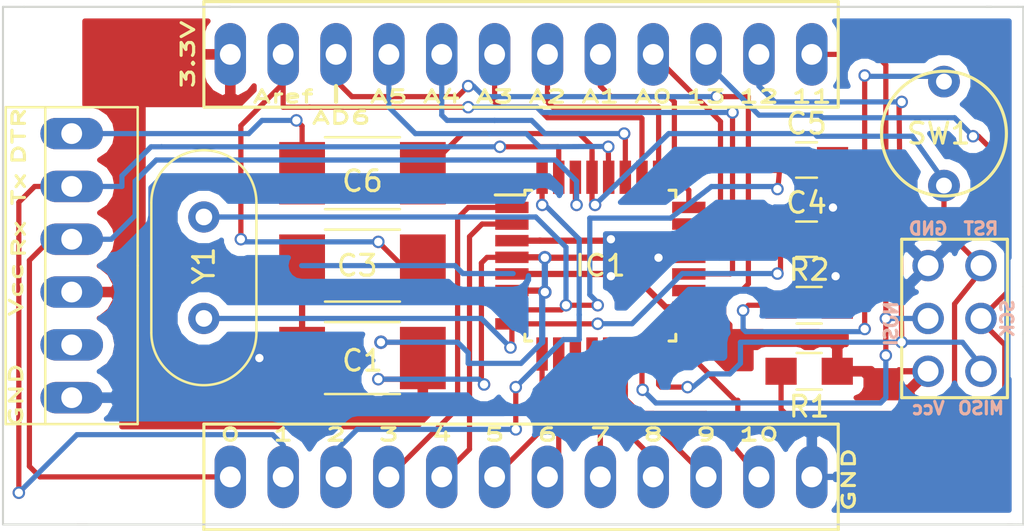
<source format=kicad_pcb>
(kicad_pcb (version 4) (host pcbnew 4.0.5)

  (general
    (links 55)
    (no_connects 0)
    (area 125.794999 101.795 176.625 131.985)
    (thickness 1.6)
    (drawings 51)
    (tracks 442)
    (zones 0)
    (modules 14)
    (nets 32)
  )

  (page A4)
  (layers
    (0 F.Cu signal)
    (31 B.Cu signal)
    (32 B.Adhes user)
    (33 F.Adhes user)
    (34 B.Paste user)
    (35 F.Paste user)
    (36 B.SilkS user)
    (37 F.SilkS user)
    (38 B.Mask user)
    (39 F.Mask user)
    (40 Dwgs.User user)
    (41 Cmts.User user)
    (42 Eco1.User user)
    (43 Eco2.User user)
    (44 Edge.Cuts user)
    (45 Margin user)
    (46 B.CrtYd user)
    (47 F.CrtYd user)
    (48 B.Fab user)
    (49 F.Fab user)
  )

  (setup
    (last_trace_width 0.25)
    (trace_clearance 0.2)
    (zone_clearance 0.508)
    (zone_45_only no)
    (trace_min 0.2)
    (segment_width 0.2)
    (edge_width 0.1)
    (via_size 0.6)
    (via_drill 0.4)
    (via_min_size 0.4)
    (via_min_drill 0.3)
    (uvia_size 0.3)
    (uvia_drill 0.1)
    (uvias_allowed no)
    (uvia_min_size 0.2)
    (uvia_min_drill 0.1)
    (pcb_text_width 0.3)
    (pcb_text_size 1.5 1.5)
    (mod_edge_width 0.15)
    (mod_text_size 1 1)
    (mod_text_width 0.15)
    (pad_size 1.5 1.5)
    (pad_drill 0.6)
    (pad_to_mask_clearance 0)
    (aux_axis_origin 0 0)
    (visible_elements 7FFEFFFF)
    (pcbplotparams
      (layerselection 0x00030_80000001)
      (usegerberextensions false)
      (excludeedgelayer true)
      (linewidth 0.100000)
      (plotframeref false)
      (viasonmask false)
      (mode 1)
      (useauxorigin false)
      (hpglpennumber 1)
      (hpglpenspeed 20)
      (hpglpendiameter 15)
      (hpglpenoverlay 2)
      (psnegative false)
      (psa4output false)
      (plotreference true)
      (plotvalue true)
      (plotinvisibletext false)
      (padsonsilk false)
      (subtractmaskfromsilk false)
      (outputformat 1)
      (mirror false)
      (drillshape 0)
      (scaleselection 1)
      (outputdirectory ""))
  )

  (net 0 "")
  (net 1 +3V3)
  (net 2 GND)
  (net 3 /AREF)
  (net 4 "Net-(C4-Pad1)")
  (net 5 "Net-(C5-Pad1)")
  (net 6 /RST)
  (net 7 /DTR-AVR)
  (net 8 /AD6)
  (net 9 /PC5)
  (net 10 /PC4)
  (net 11 /PC3)
  (net 12 /MOSI)
  (net 13 /MISO)
  (net 14 /SCK)
  (net 15 /PC0)
  (net 16 /PC1)
  (net 17 /PC2)
  (net 18 /PB2)
  (net 19 /PB1)
  (net 20 /PB0)
  (net 21 /PD7)
  (net 22 /PD6)
  (net 23 /TXD)
  (net 24 /RXD)
  (net 25 /PD2)
  (net 26 /PD3)
  (net 27 /PD4)
  (net 28 /PD5)
  (net 29 "Net-(IC1-Pad22)")
  (net 30 /CTS-AVR)
  (net 31 "Net-(R2-Pad1)")

  (net_class Default "This is the default net class."
    (clearance 0.2)
    (trace_width 0.25)
    (via_dia 0.6)
    (via_drill 0.4)
    (uvia_dia 0.3)
    (uvia_drill 0.1)
    (add_net +3V3)
    (add_net /AD6)
    (add_net /AREF)
    (add_net /CTS-AVR)
    (add_net /DTR-AVR)
    (add_net /MISO)
    (add_net /MOSI)
    (add_net /PB0)
    (add_net /PB1)
    (add_net /PB2)
    (add_net /PC0)
    (add_net /PC1)
    (add_net /PC2)
    (add_net /PC3)
    (add_net /PC4)
    (add_net /PC5)
    (add_net /PD2)
    (add_net /PD3)
    (add_net /PD4)
    (add_net /PD5)
    (add_net /PD6)
    (add_net /PD7)
    (add_net /RST)
    (add_net /RXD)
    (add_net /SCK)
    (add_net /TXD)
    (add_net GND)
    (add_net "Net-(C4-Pad1)")
    (add_net "Net-(C5-Pad1)")
    (add_net "Net-(IC1-Pad22)")
    (add_net "Net-(R2-Pad1)")
  )

  (net_class Power ""
    (clearance 0.3)
    (trace_width 0.3)
    (via_dia 0.65)
    (via_drill 0.4)
    (uvia_dia 0.3)
    (uvia_drill 0.1)
  )

  (module Capacitors_SMD:C_1812_HandSoldering (layer F.Cu) (tedit 5AC0FEC4) (tstamp 5AA6B8F8)
    (at 143.51 121.285 180)
    (descr "Capacitor SMD 1812, hand soldering")
    (tags "capacitor 1812")
    (path /5AA400A7)
    (attr smd)
    (fp_text reference C1 (at 0 -0.127 180) (layer F.SilkS)
      (effects (font (size 1 1) (thickness 0.15)))
    )
    (fp_text value 100n (at 0 2.75 180) (layer F.Fab)
      (effects (font (size 1 1) (thickness 0.15)))
    )
    (fp_text user %R (at 0 -0.127 180) (layer F.Fab)
      (effects (font (size 1 1) (thickness 0.15)))
    )
    (fp_line (start -2.25 1.6) (end -2.25 -1.6) (layer F.Fab) (width 0.1))
    (fp_line (start 2.3 1.6) (end -2.25 1.6) (layer F.Fab) (width 0.1))
    (fp_line (start 2.3 -1.6) (end 2.3 1.6) (layer F.Fab) (width 0.1))
    (fp_line (start -2.25 -1.6) (end 2.3 -1.6) (layer F.Fab) (width 0.1))
    (fp_line (start 1.8 -1.73) (end -1.8 -1.73) (layer F.SilkS) (width 0.12))
    (fp_line (start -1.8 1.73) (end 1.8 1.73) (layer F.SilkS) (width 0.12))
    (fp_line (start -4.25 -1.85) (end 4.25 -1.85) (layer F.CrtYd) (width 0.05))
    (fp_line (start -4.25 -1.85) (end -4.25 1.85) (layer F.CrtYd) (width 0.05))
    (fp_line (start 4.25 1.85) (end 4.25 -1.85) (layer F.CrtYd) (width 0.05))
    (fp_line (start 4.25 1.85) (end -4.25 1.85) (layer F.CrtYd) (width 0.05))
    (pad 1 smd rect (at -2.9 0 180) (size 2.2 3) (layers F.Cu F.Paste F.Mask)
      (net 1 +3V3))
    (pad 2 smd rect (at 2.9 0 180) (size 2.2 3) (layers F.Cu F.Paste F.Mask)
      (net 2 GND))
    (model Capacitors_SMD.3dshapes/C_1812.wrl
      (at (xyz 0 0 0))
      (scale (xyz 1 1 1))
      (rotate (xyz 0 0 0))
    )
  )

  (module Capacitors_SMD:C_1812_HandSoldering (layer F.Cu) (tedit 5AC0FEBF) (tstamp 5AA6B909)
    (at 143.51 116.84 180)
    (descr "Capacitor SMD 1812, hand soldering")
    (tags "capacitor 1812")
    (path /5AA50F02)
    (attr smd)
    (fp_text reference C3 (at 0.254 0 180) (layer F.SilkS)
      (effects (font (size 1 1) (thickness 0.15)))
    )
    (fp_text value 100n (at 0 2.75 180) (layer F.Fab)
      (effects (font (size 1 1) (thickness 0.15)))
    )
    (fp_text user %R (at 0.127 -0.127 180) (layer F.Fab)
      (effects (font (size 1 1) (thickness 0.15)))
    )
    (fp_line (start -2.25 1.6) (end -2.25 -1.6) (layer F.Fab) (width 0.1))
    (fp_line (start 2.3 1.6) (end -2.25 1.6) (layer F.Fab) (width 0.1))
    (fp_line (start 2.3 -1.6) (end 2.3 1.6) (layer F.Fab) (width 0.1))
    (fp_line (start -2.25 -1.6) (end 2.3 -1.6) (layer F.Fab) (width 0.1))
    (fp_line (start 1.8 -1.73) (end -1.8 -1.73) (layer F.SilkS) (width 0.12))
    (fp_line (start -1.8 1.73) (end 1.8 1.73) (layer F.SilkS) (width 0.12))
    (fp_line (start -4.25 -1.85) (end 4.25 -1.85) (layer F.CrtYd) (width 0.05))
    (fp_line (start -4.25 -1.85) (end -4.25 1.85) (layer F.CrtYd) (width 0.05))
    (fp_line (start 4.25 1.85) (end 4.25 -1.85) (layer F.CrtYd) (width 0.05))
    (fp_line (start 4.25 1.85) (end -4.25 1.85) (layer F.CrtYd) (width 0.05))
    (pad 1 smd rect (at -2.9 0 180) (size 2.2 3) (layers F.Cu F.Paste F.Mask)
      (net 3 /AREF))
    (pad 2 smd rect (at 2.9 0 180) (size 2.2 3) (layers F.Cu F.Paste F.Mask)
      (net 2 GND))
    (model Capacitors_SMD.3dshapes/C_1812.wrl
      (at (xyz 0 0 0))
      (scale (xyz 1 1 1))
      (rotate (xyz 0 0 0))
    )
  )

  (module Capacitors_SMD:C_0805_HandSoldering (layer F.Cu) (tedit 5ABE0FD2) (tstamp 5AA6B91A)
    (at 164.846 115.57)
    (descr "Capacitor SMD 0805, hand soldering")
    (tags "capacitor 0805")
    (path /58A9C059)
    (attr smd)
    (fp_text reference C4 (at 0 -1.75) (layer F.SilkS)
      (effects (font (size 1 1) (thickness 0.15)))
    )
    (fp_text value 22p (at 0 1.75) (layer F.Fab)
      (effects (font (size 1 1) (thickness 0.15)))
    )
    (fp_text user %R (at 0 -1.524) (layer F.Fab)
      (effects (font (size 1 1) (thickness 0.15)))
    )
    (fp_line (start -1 0.62) (end -1 -0.62) (layer F.Fab) (width 0.1))
    (fp_line (start 1 0.62) (end -1 0.62) (layer F.Fab) (width 0.1))
    (fp_line (start 1 -0.62) (end 1 0.62) (layer F.Fab) (width 0.1))
    (fp_line (start -1 -0.62) (end 1 -0.62) (layer F.Fab) (width 0.1))
    (fp_line (start 0.5 -0.85) (end -0.5 -0.85) (layer F.SilkS) (width 0.12))
    (fp_line (start -0.5 0.85) (end 0.5 0.85) (layer F.SilkS) (width 0.12))
    (fp_line (start -2.25 -0.88) (end 2.25 -0.88) (layer F.CrtYd) (width 0.05))
    (fp_line (start -2.25 -0.88) (end -2.25 0.87) (layer F.CrtYd) (width 0.05))
    (fp_line (start 2.25 0.87) (end 2.25 -0.88) (layer F.CrtYd) (width 0.05))
    (fp_line (start 2.25 0.87) (end -2.25 0.87) (layer F.CrtYd) (width 0.05))
    (pad 1 smd rect (at -1.25 0) (size 1.5 1.25) (layers F.Cu F.Paste F.Mask)
      (net 4 "Net-(C4-Pad1)"))
    (pad 2 smd rect (at 1.25 0) (size 1.5 1.25) (layers F.Cu F.Paste F.Mask)
      (net 2 GND))
    (model Capacitors_SMD.3dshapes/C_0805.wrl
      (at (xyz 0 0 0))
      (scale (xyz 1 1 1))
      (rotate (xyz 0 0 0))
    )
  )

  (module Capacitors_SMD:C_0805_HandSoldering (layer F.Cu) (tedit 5AA83177) (tstamp 5AA6B92B)
    (at 164.846 111.76)
    (descr "Capacitor SMD 0805, hand soldering")
    (tags "capacitor 0805")
    (path /58A9ED24)
    (attr smd)
    (fp_text reference C5 (at 0 -1.75) (layer F.SilkS)
      (effects (font (size 1 1) (thickness 0.15)))
    )
    (fp_text value 22p (at 0 1.75) (layer F.Fab) hide
      (effects (font (size 1 1) (thickness 0.15)))
    )
    (fp_text user %R (at 0 -1.75) (layer F.Fab)
      (effects (font (size 1 1) (thickness 0.15)))
    )
    (fp_line (start -1 0.62) (end -1 -0.62) (layer F.Fab) (width 0.1))
    (fp_line (start 1 0.62) (end -1 0.62) (layer F.Fab) (width 0.1))
    (fp_line (start 1 -0.62) (end 1 0.62) (layer F.Fab) (width 0.1))
    (fp_line (start -1 -0.62) (end 1 -0.62) (layer F.Fab) (width 0.1))
    (fp_line (start 0.5 -0.85) (end -0.5 -0.85) (layer F.SilkS) (width 0.12))
    (fp_line (start -0.5 0.85) (end 0.5 0.85) (layer F.SilkS) (width 0.12))
    (fp_line (start -2.25 -0.88) (end 2.25 -0.88) (layer F.CrtYd) (width 0.05))
    (fp_line (start -2.25 -0.88) (end -2.25 0.87) (layer F.CrtYd) (width 0.05))
    (fp_line (start 2.25 0.87) (end 2.25 -0.88) (layer F.CrtYd) (width 0.05))
    (fp_line (start 2.25 0.87) (end -2.25 0.87) (layer F.CrtYd) (width 0.05))
    (pad 1 smd rect (at -1.25 0) (size 1.5 1.25) (layers F.Cu F.Paste F.Mask)
      (net 5 "Net-(C5-Pad1)"))
    (pad 2 smd rect (at 1.25 0) (size 1.5 1.25) (layers F.Cu F.Paste F.Mask)
      (net 2 GND))
    (model Capacitors_SMD.3dshapes/C_0805.wrl
      (at (xyz 0 0 0))
      (scale (xyz 1 1 1))
      (rotate (xyz 0 0 0))
    )
  )

  (module Capacitors_SMD:C_1812_HandSoldering (layer F.Cu) (tedit 5AC0FEB5) (tstamp 5AA6B93C)
    (at 143.51 112.395 180)
    (descr "Capacitor SMD 1812, hand soldering")
    (tags "capacitor 1812")
    (path /58ABF23B)
    (attr smd)
    (fp_text reference C6 (at 0 -0.381 180) (layer F.SilkS)
      (effects (font (size 1 1) (thickness 0.15)))
    )
    (fp_text value 100n (at 0 2.75 180) (layer F.Fab)
      (effects (font (size 1 1) (thickness 0.15)))
    )
    (fp_text user %R (at 0 -0.381 180) (layer F.Fab)
      (effects (font (size 1 1) (thickness 0.15)))
    )
    (fp_line (start -2.25 1.6) (end -2.25 -1.6) (layer F.Fab) (width 0.1))
    (fp_line (start 2.3 1.6) (end -2.25 1.6) (layer F.Fab) (width 0.1))
    (fp_line (start 2.3 -1.6) (end 2.3 1.6) (layer F.Fab) (width 0.1))
    (fp_line (start -2.25 -1.6) (end 2.3 -1.6) (layer F.Fab) (width 0.1))
    (fp_line (start 1.8 -1.73) (end -1.8 -1.73) (layer F.SilkS) (width 0.12))
    (fp_line (start -1.8 1.73) (end 1.8 1.73) (layer F.SilkS) (width 0.12))
    (fp_line (start -4.25 -1.85) (end 4.25 -1.85) (layer F.CrtYd) (width 0.05))
    (fp_line (start -4.25 -1.85) (end -4.25 1.85) (layer F.CrtYd) (width 0.05))
    (fp_line (start 4.25 1.85) (end 4.25 -1.85) (layer F.CrtYd) (width 0.05))
    (fp_line (start 4.25 1.85) (end -4.25 1.85) (layer F.CrtYd) (width 0.05))
    (pad 1 smd rect (at -2.9 0 180) (size 2.2 3) (layers F.Cu F.Paste F.Mask)
      (net 6 /RST))
    (pad 2 smd rect (at 2.9 0 180) (size 2.2 3) (layers F.Cu F.Paste F.Mask)
      (net 7 /DTR-AVR))
    (model Capacitors_SMD.3dshapes/C_1812.wrl
      (at (xyz 0 0 0))
      (scale (xyz 1 1 1))
      (rotate (xyz 0 0 0))
    )
  )

  (module maker:PINHEAD1-12 (layer F.Cu) (tedit 5AC0FDB9) (tstamp 5AA6B950)
    (at 165.1 106.68 180)
    (path /5AA53907)
    (fp_text reference CONN1 (at 15.24 -3.81 180) (layer F.SilkS) hide
      (effects (font (size 1 1) (thickness 0.15)))
    )
    (fp_text value CONN_01X12 (at 13.97 3.81 180) (layer F.Fab) hide
      (effects (font (size 1 1) (thickness 0.15)))
    )
    (fp_line (start 29.21 -2.54) (end 29.21 2.54) (layer F.SilkS) (width 0.15))
    (fp_line (start 29.21 -2.54) (end -1.27 -2.54) (layer F.SilkS) (width 0.15))
    (fp_line (start -1.27 -2.54) (end -1.27 2.54) (layer F.SilkS) (width 0.15))
    (fp_line (start -1.27 2.54) (end 29.21 2.54) (layer F.SilkS) (width 0.15))
    (pad 12 thru_hole oval (at 27.94 0 180) (size 1.51 3.01) (drill 1) (layers *.Cu *.Mask)
      (net 1 +3V3))
    (pad 11 thru_hole oval (at 25.4 0 180) (size 1.51 3.01) (drill 1) (layers *.Cu *.Mask)
      (net 3 /AREF))
    (pad 10 thru_hole oval (at 22.86 0 180) (size 1.51 3.01) (drill 1) (layers *.Cu *.Mask)
      (net 8 /AD6))
    (pad 9 thru_hole oval (at 20.32 0 180) (size 1.51 3.01) (drill 1) (layers *.Cu *.Mask)
      (net 9 /PC5))
    (pad 8 thru_hole oval (at 17.78 0 180) (size 1.51 3.01) (drill 1) (layers *.Cu *.Mask)
      (net 10 /PC4))
    (pad 7 thru_hole oval (at 15.24 0 180) (size 1.51 3.01) (drill 1) (layers *.Cu *.Mask)
      (net 11 /PC3))
    (pad 1 thru_hole oval (at 0 0 180) (size 1.51 3.01) (drill 1) (layers *.Cu *.Mask)
      (net 12 /MOSI))
    (pad 2 thru_hole oval (at 2.54 0 180) (size 1.51 3.01) (drill 1) (layers *.Cu *.Mask)
      (net 13 /MISO))
    (pad 3 thru_hole oval (at 5.08 0 180) (size 1.51 3.01) (drill 1) (layers *.Cu *.Mask)
      (net 14 /SCK))
    (pad 4 thru_hole oval (at 7.62 0 180) (size 1.51 3.01) (drill 1) (layers *.Cu *.Mask)
      (net 15 /PC0))
    (pad 5 thru_hole oval (at 10.16 0 180) (size 1.51 3.01) (drill 1) (layers *.Cu *.Mask)
      (net 16 /PC1))
    (pad 6 thru_hole oval (at 12.7 0 180) (size 1.51 3.01) (drill 1) (layers *.Cu *.Mask)
      (net 17 /PC2))
  )

  (module maker:PINHEAD1-12 (layer F.Cu) (tedit 5AC0FEDD) (tstamp 5AA6B964)
    (at 137.16 127)
    (path /5AA53962)
    (fp_text reference CONN2 (at -3.81 -0.762) (layer F.SilkS) hide
      (effects (font (size 1 1) (thickness 0.15)))
    )
    (fp_text value CONN_01X12 (at 13.97 3.81) (layer F.Fab) hide
      (effects (font (size 1 1) (thickness 0.15)))
    )
    (fp_line (start 29.21 -2.54) (end 29.21 2.54) (layer F.SilkS) (width 0.15))
    (fp_line (start 29.21 -2.54) (end -1.27 -2.54) (layer F.SilkS) (width 0.15))
    (fp_line (start -1.27 -2.54) (end -1.27 2.54) (layer F.SilkS) (width 0.15))
    (fp_line (start -1.27 2.54) (end 29.21 2.54) (layer F.SilkS) (width 0.15))
    (pad 12 thru_hole oval (at 27.94 0) (size 1.51 3.01) (drill 1) (layers *.Cu *.Mask)
      (net 2 GND))
    (pad 11 thru_hole oval (at 25.4 0) (size 1.51 3.01) (drill 1) (layers *.Cu *.Mask)
      (net 18 /PB2))
    (pad 10 thru_hole oval (at 22.86 0) (size 1.51 3.01) (drill 1) (layers *.Cu *.Mask)
      (net 19 /PB1))
    (pad 9 thru_hole oval (at 20.32 0) (size 1.51 3.01) (drill 1) (layers *.Cu *.Mask)
      (net 20 /PB0))
    (pad 8 thru_hole oval (at 17.78 0) (size 1.51 3.01) (drill 1) (layers *.Cu *.Mask)
      (net 21 /PD7))
    (pad 7 thru_hole oval (at 15.24 0) (size 1.51 3.01) (drill 1) (layers *.Cu *.Mask)
      (net 22 /PD6))
    (pad 1 thru_hole oval (at 0 0) (size 1.51 3.01) (drill 1) (layers *.Cu *.Mask)
      (net 24 /RXD))
    (pad 2 thru_hole oval (at 2.54 0) (size 1.51 3.01) (drill 1) (layers *.Cu *.Mask)
      (net 23 /TXD))
    (pad 3 thru_hole oval (at 5.08 0) (size 1.51 3.01) (drill 1) (layers *.Cu *.Mask)
      (net 25 /PD2))
    (pad 4 thru_hole oval (at 7.62 0) (size 1.51 3.01) (drill 1) (layers *.Cu *.Mask)
      (net 26 /PD3))
    (pad 5 thru_hole oval (at 10.16 0) (size 1.51 3.01) (drill 1) (layers *.Cu *.Mask)
      (net 27 /PD4))
    (pad 6 thru_hole oval (at 12.7 0) (size 1.51 3.01) (drill 1) (layers *.Cu *.Mask)
      (net 28 /PD5))
  )

  (module Housings_QFP:TQFP-32_7x7mm_Pitch0.8mm (layer F.Cu) (tedit 5AC0FDFE) (tstamp 5AA6B99B)
    (at 154.94 116.84)
    (descr "32-Lead Plastic Thin Quad Flatpack (PT) - 7x7x1.0 mm Body, 2.00 mm [TQFP] (see Microchip Packaging Specification 00000049BS.pdf)")
    (tags "QFP 0.8")
    (path /5AA3C5EE)
    (attr smd)
    (fp_text reference IC1 (at 0 0) (layer F.SilkS)
      (effects (font (size 1 1) (thickness 0.15)))
    )
    (fp_text value ATMEGA328-A (at 0 6.05) (layer F.Fab)
      (effects (font (size 1 1) (thickness 0.15)))
    )
    (fp_text user %R (at 0 0) (layer F.Fab)
      (effects (font (size 1 1) (thickness 0.15)))
    )
    (fp_line (start -2.5 -3.5) (end 3.5 -3.5) (layer F.Fab) (width 0.15))
    (fp_line (start 3.5 -3.5) (end 3.5 3.5) (layer F.Fab) (width 0.15))
    (fp_line (start 3.5 3.5) (end -3.5 3.5) (layer F.Fab) (width 0.15))
    (fp_line (start -3.5 3.5) (end -3.5 -2.5) (layer F.Fab) (width 0.15))
    (fp_line (start -3.5 -2.5) (end -2.5 -3.5) (layer F.Fab) (width 0.15))
    (fp_line (start -5.3 -5.3) (end -5.3 5.3) (layer F.CrtYd) (width 0.05))
    (fp_line (start 5.3 -5.3) (end 5.3 5.3) (layer F.CrtYd) (width 0.05))
    (fp_line (start -5.3 -5.3) (end 5.3 -5.3) (layer F.CrtYd) (width 0.05))
    (fp_line (start -5.3 5.3) (end 5.3 5.3) (layer F.CrtYd) (width 0.05))
    (fp_line (start -3.625 -3.625) (end -3.625 -3.4) (layer F.SilkS) (width 0.15))
    (fp_line (start 3.625 -3.625) (end 3.625 -3.3) (layer F.SilkS) (width 0.15))
    (fp_line (start 3.625 3.625) (end 3.625 3.3) (layer F.SilkS) (width 0.15))
    (fp_line (start -3.625 3.625) (end -3.625 3.3) (layer F.SilkS) (width 0.15))
    (fp_line (start -3.625 -3.625) (end -3.3 -3.625) (layer F.SilkS) (width 0.15))
    (fp_line (start -3.625 3.625) (end -3.3 3.625) (layer F.SilkS) (width 0.15))
    (fp_line (start 3.625 3.625) (end 3.3 3.625) (layer F.SilkS) (width 0.15))
    (fp_line (start 3.625 -3.625) (end 3.3 -3.625) (layer F.SilkS) (width 0.15))
    (fp_line (start -3.625 -3.4) (end -5.05 -3.4) (layer F.SilkS) (width 0.15))
    (pad 1 smd rect (at -4.25 -2.8) (size 1.6 0.55) (layers F.Cu F.Paste F.Mask)
      (net 26 /PD3))
    (pad 2 smd rect (at -4.25 -2) (size 1.6 0.55) (layers F.Cu F.Paste F.Mask)
      (net 27 /PD4))
    (pad 3 smd rect (at -4.25 -1.2) (size 1.6 0.55) (layers F.Cu F.Paste F.Mask)
      (net 2 GND))
    (pad 4 smd rect (at -4.25 -0.4) (size 1.6 0.55) (layers F.Cu F.Paste F.Mask)
      (net 1 +3V3))
    (pad 5 smd rect (at -4.25 0.4) (size 1.6 0.55) (layers F.Cu F.Paste F.Mask)
      (net 2 GND))
    (pad 6 smd rect (at -4.25 1.2) (size 1.6 0.55) (layers F.Cu F.Paste F.Mask)
      (net 1 +3V3))
    (pad 7 smd rect (at -4.25 2) (size 1.6 0.55) (layers F.Cu F.Paste F.Mask)
      (net 5 "Net-(C5-Pad1)"))
    (pad 8 smd rect (at -4.25 2.8) (size 1.6 0.55) (layers F.Cu F.Paste F.Mask)
      (net 4 "Net-(C4-Pad1)"))
    (pad 9 smd rect (at -2.8 4.25 90) (size 1.6 0.55) (layers F.Cu F.Paste F.Mask)
      (net 28 /PD5))
    (pad 10 smd rect (at -2 4.25 90) (size 1.6 0.55) (layers F.Cu F.Paste F.Mask)
      (net 22 /PD6))
    (pad 11 smd rect (at -1.2 4.25 90) (size 1.6 0.55) (layers F.Cu F.Paste F.Mask)
      (net 21 /PD7))
    (pad 12 smd rect (at -0.4 4.25 90) (size 1.6 0.55) (layers F.Cu F.Paste F.Mask)
      (net 20 /PB0))
    (pad 13 smd rect (at 0.4 4.25 90) (size 1.6 0.55) (layers F.Cu F.Paste F.Mask)
      (net 19 /PB1))
    (pad 14 smd rect (at 1.2 4.25 90) (size 1.6 0.55) (layers F.Cu F.Paste F.Mask)
      (net 18 /PB2))
    (pad 15 smd rect (at 2 4.25 90) (size 1.6 0.55) (layers F.Cu F.Paste F.Mask)
      (net 12 /MOSI))
    (pad 16 smd rect (at 2.8 4.25 90) (size 1.6 0.55) (layers F.Cu F.Paste F.Mask)
      (net 13 /MISO))
    (pad 17 smd rect (at 4.25 2.8) (size 1.6 0.55) (layers F.Cu F.Paste F.Mask)
      (net 14 /SCK))
    (pad 18 smd rect (at 4.25 2) (size 1.6 0.55) (layers F.Cu F.Paste F.Mask)
      (net 1 +3V3))
    (pad 19 smd rect (at 4.25 1.2) (size 1.6 0.55) (layers F.Cu F.Paste F.Mask)
      (net 8 /AD6))
    (pad 20 smd rect (at 4.25 0.4) (size 1.6 0.55) (layers F.Cu F.Paste F.Mask)
      (net 3 /AREF))
    (pad 21 smd rect (at 4.25 -0.4) (size 1.6 0.55) (layers F.Cu F.Paste F.Mask)
      (net 2 GND))
    (pad 22 smd rect (at 4.25 -1.2) (size 1.6 0.55) (layers F.Cu F.Paste F.Mask)
      (net 29 "Net-(IC1-Pad22)"))
    (pad 23 smd rect (at 4.25 -2) (size 1.6 0.55) (layers F.Cu F.Paste F.Mask)
      (net 15 /PC0))
    (pad 24 smd rect (at 4.25 -2.8) (size 1.6 0.55) (layers F.Cu F.Paste F.Mask)
      (net 16 /PC1))
    (pad 25 smd rect (at 2.8 -4.25 90) (size 1.6 0.55) (layers F.Cu F.Paste F.Mask)
      (net 17 /PC2))
    (pad 26 smd rect (at 2 -4.25 90) (size 1.6 0.55) (layers F.Cu F.Paste F.Mask)
      (net 11 /PC3))
    (pad 27 smd rect (at 1.2 -4.25 90) (size 1.6 0.55) (layers F.Cu F.Paste F.Mask)
      (net 10 /PC4))
    (pad 28 smd rect (at 0.4 -4.25 90) (size 1.6 0.55) (layers F.Cu F.Paste F.Mask)
      (net 9 /PC5))
    (pad 29 smd rect (at -0.4 -4.25 90) (size 1.6 0.55) (layers F.Cu F.Paste F.Mask)
      (net 6 /RST))
    (pad 30 smd rect (at -1.2 -4.25 90) (size 1.6 0.55) (layers F.Cu F.Paste F.Mask)
      (net 24 /RXD))
    (pad 31 smd rect (at -2 -4.25 90) (size 1.6 0.55) (layers F.Cu F.Paste F.Mask)
      (net 23 /TXD))
    (pad 32 smd rect (at -2.8 -4.25 90) (size 1.6 0.55) (layers F.Cu F.Paste F.Mask)
      (net 25 /PD2))
    (model ${KISYS3DMOD}/Housings_QFP.3dshapes/TQFP-32_7x7mm_Pitch0.8mm.wrl
      (at (xyz 0 0 0))
      (scale (xyz 1 1 1))
      (rotate (xyz 0 0 0))
    )
  )

  (module maker:PINHEAD2-3 (layer F.Cu) (tedit 5AC0FE30) (tstamp 5AA6B9A9)
    (at 171.958 120.65 180)
    (path /58DAF0A0)
    (fp_text reference P1 (at 0 -5.08 180) (layer F.SilkS) hide
      (effects (font (size 1 1) (thickness 0.15)))
    )
    (fp_text value ISP6PIN (at 0 7.62 180) (layer F.Fab)
      (effects (font (size 1 1) (thickness 0.15)))
    )
    (fp_line (start -2.54 -2.54) (end 2.54 -2.54) (layer F.SilkS) (width 0.15))
    (fp_line (start 2.54 -2.54) (end 2.54 5.08) (layer F.SilkS) (width 0.15))
    (fp_line (start 2.54 5.08) (end -2.54 5.08) (layer F.SilkS) (width 0.15))
    (fp_line (start -2.54 5.08) (end -2.54 -2.54) (layer F.SilkS) (width 0.15))
    (pad 2 thru_hole circle (at 1.27 -1.27 90) (size 1.51 1.51) (drill 1) (layers *.Cu *.Mask)
      (net 1 +3V3))
    (pad 4 thru_hole circle (at 1.27 1.27 90) (size 1.51 1.51) (drill 1) (layers *.Cu *.Mask)
      (net 12 /MOSI))
    (pad 6 thru_hole circle (at 1.27 3.81 90) (size 1.51 1.51) (drill 1) (layers *.Cu *.Mask)
      (net 2 GND))
    (pad 1 thru_hole circle (at -1.27 -1.27 90) (size 1.51 1.51) (drill 1) (layers *.Cu *.Mask)
      (net 13 /MISO))
    (pad 3 thru_hole circle (at -1.27 1.27 90) (size 1.51 1.51) (drill 1) (layers *.Cu *.Mask)
      (net 14 /SCK))
    (pad 5 thru_hole circle (at -1.27 3.81 90) (size 1.51 1.51) (drill 1) (layers *.Cu *.Mask)
      (net 6 /RST))
  )

  (module Connect:PINHEAD1-6 (layer F.Cu) (tedit 5AC101EA) (tstamp 5AA6B9BF)
    (at 129.54 123.19 90)
    (path /58DD0FFF)
    (fp_text reference P2 (at 14.986 -1.27 180) (layer F.SilkS) hide
      (effects (font (size 1 1) (thickness 0.15)))
    )
    (fp_text value CONN_FTDI_AVR (at 6.35 3.81 90) (layer F.Fab)
      (effects (font (size 1 1) (thickness 0.15)))
    )
    (fp_line (start 6.35 3.17) (end 13.97 3.17) (layer F.SilkS) (width 0.12))
    (fp_line (start 6.35 -1.27) (end 13.97 -1.27) (layer F.SilkS) (width 0.12))
    (fp_line (start 6.35 -3.17) (end 13.97 -3.17) (layer F.SilkS) (width 0.12))
    (fp_line (start -1.27 -3.17) (end -1.27 3.17) (layer F.SilkS) (width 0.12))
    (fp_line (start 13.97 -3.17) (end 13.97 3.17) (layer F.SilkS) (width 0.12))
    (fp_line (start 6.35 -1.27) (end -1.27 -1.27) (layer F.SilkS) (width 0.12))
    (fp_line (start -1.27 -3.17) (end 6.35 -3.17) (layer F.SilkS) (width 0.12))
    (fp_line (start 6.35 3.17) (end -1.27 3.17) (layer F.SilkS) (width 0.12))
    (fp_line (start -1.52 -3.42) (end 14.22 -3.42) (layer F.CrtYd) (width 0.05))
    (fp_line (start -1.52 -3.42) (end -1.52 3.42) (layer F.CrtYd) (width 0.05))
    (fp_line (start 14.22 3.42) (end 14.22 -3.42) (layer F.CrtYd) (width 0.05))
    (fp_line (start 14.22 3.42) (end -1.52 3.42) (layer F.CrtYd) (width 0.05))
    (pad 1 thru_hole oval (at 0 0 90) (size 1.51 3.01) (drill 1) (layers *.Cu *.Mask)
      (net 2 GND))
    (pad 2 thru_hole oval (at 2.54 0 90) (size 1.51 3.01) (drill 1) (layers *.Cu *.Mask)
      (net 30 /CTS-AVR))
    (pad 3 thru_hole oval (at 5.08 0 90) (size 1.51 3.01) (drill 1) (layers *.Cu *.Mask)
      (net 1 +3V3))
    (pad 4 thru_hole oval (at 7.62 0 90) (size 1.51 3.01) (drill 1) (layers *.Cu *.Mask)
      (net 24 /RXD))
    (pad 5 thru_hole oval (at 10.16 0 90) (size 1.51 3.01) (drill 1) (layers *.Cu *.Mask)
      (net 23 /TXD))
    (pad 6 thru_hole oval (at 12.7 0 90) (size 1.51 3.01) (drill 1) (layers *.Cu *.Mask)
      (net 7 /DTR-AVR))
  )

  (module Resistors_SMD:R_0805_HandSoldering (layer F.Cu) (tedit 58E0A804) (tstamp 5AA6B9D0)
    (at 164.973 121.92 180)
    (descr "Resistor SMD 0805, hand soldering")
    (tags "resistor 0805")
    (path /58A9FCD9)
    (attr smd)
    (fp_text reference R1 (at 0 -1.7 180) (layer F.SilkS)
      (effects (font (size 1 1) (thickness 0.15)))
    )
    (fp_text value 10K (at 0 1.75 180) (layer F.Fab)
      (effects (font (size 1 1) (thickness 0.15)))
    )
    (fp_text user %R (at 0 0 180) (layer F.Fab)
      (effects (font (size 0.5 0.5) (thickness 0.075)))
    )
    (fp_line (start -1 0.62) (end -1 -0.62) (layer F.Fab) (width 0.1))
    (fp_line (start 1 0.62) (end -1 0.62) (layer F.Fab) (width 0.1))
    (fp_line (start 1 -0.62) (end 1 0.62) (layer F.Fab) (width 0.1))
    (fp_line (start -1 -0.62) (end 1 -0.62) (layer F.Fab) (width 0.1))
    (fp_line (start 0.6 0.88) (end -0.6 0.88) (layer F.SilkS) (width 0.12))
    (fp_line (start -0.6 -0.88) (end 0.6 -0.88) (layer F.SilkS) (width 0.12))
    (fp_line (start -2.35 -0.9) (end 2.35 -0.9) (layer F.CrtYd) (width 0.05))
    (fp_line (start -2.35 -0.9) (end -2.35 0.9) (layer F.CrtYd) (width 0.05))
    (fp_line (start 2.35 0.9) (end 2.35 -0.9) (layer F.CrtYd) (width 0.05))
    (fp_line (start 2.35 0.9) (end -2.35 0.9) (layer F.CrtYd) (width 0.05))
    (pad 1 smd rect (at -1.35 0 180) (size 1.5 1.3) (layers F.Cu F.Paste F.Mask)
      (net 1 +3V3))
    (pad 2 smd rect (at 1.35 0 180) (size 1.5 1.3) (layers F.Cu F.Paste F.Mask)
      (net 6 /RST))
    (model ${KISYS3DMOD}/Resistors_SMD.3dshapes/R_0805.wrl
      (at (xyz 0 0 0))
      (scale (xyz 1 1 1))
      (rotate (xyz 0 0 0))
    )
  )

  (module Resistors_SMD:R_0805_HandSoldering (layer F.Cu) (tedit 58E0A804) (tstamp 5AA6B9E1)
    (at 164.973 118.745)
    (descr "Resistor SMD 0805, hand soldering")
    (tags "resistor 0805")
    (path /5AA446A5)
    (attr smd)
    (fp_text reference R2 (at 0 -1.7) (layer F.SilkS)
      (effects (font (size 1 1) (thickness 0.15)))
    )
    (fp_text value 10K (at 0 1.75) (layer F.Fab)
      (effects (font (size 1 1) (thickness 0.15)))
    )
    (fp_text user %R (at 0 0) (layer F.Fab)
      (effects (font (size 0.5 0.5) (thickness 0.075)))
    )
    (fp_line (start -1 0.62) (end -1 -0.62) (layer F.Fab) (width 0.1))
    (fp_line (start 1 0.62) (end -1 0.62) (layer F.Fab) (width 0.1))
    (fp_line (start 1 -0.62) (end 1 0.62) (layer F.Fab) (width 0.1))
    (fp_line (start -1 -0.62) (end 1 -0.62) (layer F.Fab) (width 0.1))
    (fp_line (start 0.6 0.88) (end -0.6 0.88) (layer F.SilkS) (width 0.12))
    (fp_line (start -0.6 -0.88) (end 0.6 -0.88) (layer F.SilkS) (width 0.12))
    (fp_line (start -2.35 -0.9) (end 2.35 -0.9) (layer F.CrtYd) (width 0.05))
    (fp_line (start -2.35 -0.9) (end -2.35 0.9) (layer F.CrtYd) (width 0.05))
    (fp_line (start 2.35 0.9) (end 2.35 -0.9) (layer F.CrtYd) (width 0.05))
    (fp_line (start 2.35 0.9) (end -2.35 0.9) (layer F.CrtYd) (width 0.05))
    (pad 1 smd rect (at -1.35 0) (size 1.5 1.3) (layers F.Cu F.Paste F.Mask)
      (net 31 "Net-(R2-Pad1)"))
    (pad 2 smd rect (at 1.35 0) (size 1.5 1.3) (layers F.Cu F.Paste F.Mask)
      (net 2 GND))
    (model ${KISYS3DMOD}/Resistors_SMD.3dshapes/R_0805.wrl
      (at (xyz 0 0 0))
      (scale (xyz 1 1 1))
      (rotate (xyz 0 0 0))
    )
  )

  (module maker:SW-PUSH-RND-SMALL (layer F.Cu) (tedit 5AC0FE24) (tstamp 5AA6B9E8)
    (at 171.45 110.49 270)
    (path /5AA5794F)
    (fp_text reference SW1 (at 0 0.254 360) (layer F.SilkS)
      (effects (font (size 1 1) (thickness 0.15)))
    )
    (fp_text value SW-PUSH-RND-SMALL (at 0.5 -4 270) (layer F.Fab) hide
      (effects (font (size 1 1) (thickness 0.15)))
    )
    (fp_circle (center 0 0) (end 3 0) (layer F.SilkS) (width 0.15))
    (pad 1 thru_hole circle (at 2.5 0 270) (size 1.524 1.524) (drill 0.762) (layers *.Cu *.Mask)
      (net 6 /RST))
    (pad 2 thru_hole circle (at -2.5 0 270) (size 1.524 1.524) (drill 0.762) (layers *.Cu *.Mask)
      (net 31 "Net-(R2-Pad1)"))
  )

  (module Crystals:Crystal_HC49-U_Vertical (layer F.Cu) (tedit 5AC0FDE6) (tstamp 5AA6B9FF)
    (at 135.89 119.38 90)
    (descr "Crystal THT HC-49/U http://5hertz.com/pdfs/04404_D.pdf")
    (tags "THT crystalHC-49/U")
    (path /58A9BE54)
    (fp_text reference Y1 (at 2.54 0 90) (layer F.SilkS)
      (effects (font (size 1 1) (thickness 0.15)))
    )
    (fp_text value "8 MHz" (at 2.44 3.525 90) (layer F.Fab)
      (effects (font (size 1 1) (thickness 0.15)))
    )
    (fp_text user %R (at 2.44 0 90) (layer F.Fab)
      (effects (font (size 1 1) (thickness 0.15)))
    )
    (fp_line (start -0.685 -2.325) (end 5.565 -2.325) (layer F.Fab) (width 0.1))
    (fp_line (start -0.685 2.325) (end 5.565 2.325) (layer F.Fab) (width 0.1))
    (fp_line (start -0.56 -2) (end 5.44 -2) (layer F.Fab) (width 0.1))
    (fp_line (start -0.56 2) (end 5.44 2) (layer F.Fab) (width 0.1))
    (fp_line (start -0.685 -2.525) (end 5.565 -2.525) (layer F.SilkS) (width 0.12))
    (fp_line (start -0.685 2.525) (end 5.565 2.525) (layer F.SilkS) (width 0.12))
    (fp_line (start -3.5 -2.8) (end -3.5 2.8) (layer F.CrtYd) (width 0.05))
    (fp_line (start -3.5 2.8) (end 8.4 2.8) (layer F.CrtYd) (width 0.05))
    (fp_line (start 8.4 2.8) (end 8.4 -2.8) (layer F.CrtYd) (width 0.05))
    (fp_line (start 8.4 -2.8) (end -3.5 -2.8) (layer F.CrtYd) (width 0.05))
    (fp_arc (start -0.685 0) (end -0.685 -2.325) (angle -180) (layer F.Fab) (width 0.1))
    (fp_arc (start 5.565 0) (end 5.565 -2.325) (angle 180) (layer F.Fab) (width 0.1))
    (fp_arc (start -0.56 0) (end -0.56 -2) (angle -180) (layer F.Fab) (width 0.1))
    (fp_arc (start 5.44 0) (end 5.44 -2) (angle 180) (layer F.Fab) (width 0.1))
    (fp_arc (start -0.685 0) (end -0.685 -2.525) (angle -180) (layer F.SilkS) (width 0.12))
    (fp_arc (start 5.565 0) (end 5.565 -2.525) (angle 180) (layer F.SilkS) (width 0.12))
    (pad 1 thru_hole circle (at 0 0 90) (size 1.5 1.5) (drill 0.8) (layers *.Cu *.Mask)
      (net 4 "Net-(C4-Pad1)"))
    (pad 2 thru_hole circle (at 4.88 0 90) (size 1.5 1.5) (drill 0.8) (layers *.Cu *.Mask)
      (net 5 "Net-(C5-Pad1)"))
    (model ${KISYS3DMOD}/Crystals.3dshapes/Crystal_HC49-U_Vertical.wrl
      (at (xyz 0 0 0))
      (scale (xyz 0.393701 0.393701 0.393701))
      (rotate (xyz 0 0 0))
    )
  )

  (gr_text RST (at 173.228 115.062) (layer B.SilkS)
    (effects (font (size 0.6 0.6) (thickness 0.15)) (justify mirror))
  )
  (gr_text GND (at 170.688 115.062) (layer B.SilkS)
    (effects (font (size 0.6 0.6) (thickness 0.15)) (justify mirror))
  )
  (gr_text SCK (at 174.498 119.38 90) (layer B.SilkS)
    (effects (font (size 0.6 0.6) (thickness 0.15)) (justify mirror))
  )
  (gr_text NOSI (at 168.91 119.634 90) (layer B.SilkS)
    (effects (font (size 0.6 0.6) (thickness 0.15)) (justify mirror))
  )
  (gr_text MISO (at 173.228 123.698) (layer B.SilkS)
    (effects (font (size 0.6 0.6) (thickness 0.15)) (justify mirror))
  )
  (gr_text Vcc (at 170.688 123.698) (layer B.SilkS)
    (effects (font (size 0.6 0.6) (thickness 0.15)) (justify mirror))
  )
  (gr_line (start 142.24 108.966) (end 142.24 108.204) (angle 90) (layer F.SilkS) (width 0.2))
  (gr_text AD6 (at 142.494 109.728) (layer F.SilkS)
    (effects (font (size 0.6 1) (thickness 0.15)))
  )
  (gr_text 10 (at 162.56 124.968) (layer F.SilkS)
    (effects (font (size 0.6 1) (thickness 0.15)))
  )
  (gr_text 9 (at 160.02 124.968) (layer F.SilkS)
    (effects (font (size 0.6 1) (thickness 0.15)))
  )
  (gr_text 8 (at 157.48 124.968) (layer F.SilkS)
    (effects (font (size 0.6 1) (thickness 0.15)))
  )
  (gr_text 7 (at 154.94 124.968) (layer F.SilkS)
    (effects (font (size 0.6 1) (thickness 0.15)))
  )
  (gr_text "6\n" (at 152.4 124.968) (layer F.SilkS)
    (effects (font (size 0.6 1) (thickness 0.15)))
  )
  (gr_text 5 (at 149.86 124.968) (layer F.SilkS)
    (effects (font (size 0.6 1) (thickness 0.15)))
  )
  (gr_text 4 (at 147.32 124.968) (layer F.SilkS)
    (effects (font (size 0.6 1) (thickness 0.15)))
  )
  (gr_text 3 (at 144.78 124.968) (layer F.SilkS)
    (effects (font (size 0.6 1) (thickness 0.15)))
  )
  (gr_text 2 (at 142.24 124.968) (layer F.SilkS)
    (effects (font (size 0.6 1) (thickness 0.15)))
  )
  (gr_text 12 (at 162.56 108.712) (layer F.SilkS)
    (effects (font (size 0.6 1) (thickness 0.15)))
  )
  (gr_text 11 (at 165.1 108.712) (layer F.SilkS)
    (effects (font (size 0.6 1) (thickness 0.15)))
  )
  (gr_text 13 (at 160.02 108.712) (layer F.SilkS)
    (effects (font (size 0.6 1) (thickness 0.15)))
  )
  (gr_text A0 (at 157.48 108.712) (layer F.SilkS)
    (effects (font (size 0.6 1) (thickness 0.15)))
  )
  (gr_text A1 (at 154.94 108.712) (layer F.SilkS)
    (effects (font (size 0.6 1) (thickness 0.15)))
  )
  (gr_text A2 (at 152.4 108.712) (layer F.SilkS)
    (effects (font (size 0.6 1) (thickness 0.15)))
  )
  (gr_text A3 (at 149.86 108.712) (layer F.SilkS)
    (effects (font (size 0.6 1) (thickness 0.15)))
  )
  (gr_text A4 (at 147.32 108.712) (layer F.SilkS)
    (effects (font (size 0.6 1) (thickness 0.15)))
  )
  (gr_text A5 (at 144.78 108.712) (layer F.SilkS)
    (effects (font (size 0.6 1) (thickness 0.15)))
  )
  (gr_line (start 175.006 129.286) (end 175.26 129.286) (angle 90) (layer Edge.Cuts) (width 0.1))
  (gr_line (start 175.006 104.394) (end 175.26 104.394) (angle 90) (layer Edge.Cuts) (width 0.1))
  (gr_line (start 175.006 104.394) (end 173.482 104.394) (angle 90) (layer Edge.Cuts) (width 0.1))
  (gr_line (start 175.26 117.856) (end 175.26 104.394) (angle 90) (layer Edge.Cuts) (width 0.1))
  (gr_line (start 136.652 104.394) (end 173.736 104.394) (angle 90) (layer Edge.Cuts) (width 0.1))
  (gr_line (start 175.006 129.286) (end 174.498 129.286) (angle 90) (layer Edge.Cuts) (width 0.1))
  (gr_line (start 175.26 120.142) (end 175.26 129.286) (angle 90) (layer Edge.Cuts) (width 0.1))
  (gr_line (start 139.7 129.286) (end 174.752 129.286) (angle 90) (layer Edge.Cuts) (width 0.1))
  (gr_line (start 175.26 120.142) (end 175.26 117.856) (angle 90) (layer Edge.Cuts) (width 0.1))
  (gr_line (start 126.238 129.286) (end 130.302 129.286) (angle 90) (layer Edge.Cuts) (width 0.1))
  (gr_line (start 126.238 118.364) (end 126.238 129.286) (angle 90) (layer Edge.Cuts) (width 0.1))
  (gr_line (start 139.7 129.286) (end 129.794 129.286) (angle 90) (layer Edge.Cuts) (width 0.1))
  (gr_line (start 126.238 104.394) (end 127.254 104.394) (angle 90) (layer Edge.Cuts) (width 0.1))
  (gr_line (start 126.238 118.364) (end 126.238 104.394) (angle 90) (layer Edge.Cuts) (width 0.1))
  (gr_line (start 137.16 104.394) (end 127.254 104.394) (angle 90) (layer Edge.Cuts) (width 0.1))
  (gr_text DTR (at 127 110.617 90) (layer F.SilkS)
    (effects (font (size 0.6 1) (thickness 0.15)))
  )
  (gr_text GND (at 126.873 123.063 90) (layer F.SilkS)
    (effects (font (size 0.6 1) (thickness 0.15)))
  )
  (gr_text Vcc (at 126.873 117.983 90) (layer F.SilkS)
    (effects (font (size 0.6 1) (thickness 0.15)))
  )
  (gr_text Rx (at 127 115.57 90) (layer F.SilkS)
    (effects (font (size 0.6 1) (thickness 0.15)))
  )
  (gr_text Tx (at 127 113.157 90) (layer F.SilkS)
    (effects (font (size 0.6 1) (thickness 0.15)))
  )
  (gr_text GND (at 166.878 127.127 90) (layer F.SilkS)
    (effects (font (size 0.6 1) (thickness 0.15)))
  )
  (gr_text Aref (at 139.7 108.712) (layer F.SilkS)
    (effects (font (size 0.6 1) (thickness 0.15)))
  )
  (gr_text 3.3V (at 135.128 106.68 90) (layer F.SilkS)
    (effects (font (size 0.6 1) (thickness 0.15)))
  )
  (gr_text 1 (at 139.7 124.968) (layer F.SilkS)
    (effects (font (size 0.6 1) (thickness 0.15)))
  )
  (gr_text 0 (at 137.16 124.968) (layer F.SilkS)
    (effects (font (size 0.6 1) (thickness 0.15)))
  )

  (segment (start 140.589 116.84) (end 147.955 116.84) (width 0.25) (layer B.Cu) (net 0))
  (segment (start 148.336 117.221) (end 150.749 117.221) (width 0.25) (layer B.Cu) (net 0) (tstamp 5ABF9E63))
  (segment (start 147.955 116.84) (end 148.336 117.221) (width 0.25) (layer B.Cu) (net 0) (tstamp 5ABF9E5F))
  (segment (start 146.41 122.301) (end 145.288 122.301) (width 0.25) (layer F.Cu) (net 1))
  (segment (start 145.288 122.301) (end 144.272 122.301) (width 0.25) (layer F.Cu) (net 1) (tstamp 5ABFC5E2))
  (segment (start 148.59 121.539) (end 148.59 121.031) (width 0.25) (layer B.Cu) (net 1))
  (segment (start 148.082 120.523) (end 144.399 120.523) (width 0.25) (layer B.Cu) (net 1) (tstamp 5ABFC5D7))
  (segment (start 148.59 121.031) (end 148.082 120.523) (width 0.25) (layer B.Cu) (net 1) (tstamp 5ABFC5D6))
  (segment (start 149.225 117.856) (end 149.225 122.428) (width 0.25) (layer F.Cu) (net 1))
  (segment (start 144.272 122.301) (end 145.288 122.301) (width 0.25) (layer F.Cu) (net 1) (tstamp 5ABFC597))
  (via (at 144.272 122.301) (size 0.6) (drill 0.4) (layers F.Cu B.Cu) (net 1))
  (segment (start 149.098 122.301) (end 144.272 122.301) (width 0.25) (layer B.Cu) (net 1) (tstamp 5ABFC594))
  (segment (start 149.352 122.555) (end 149.098 122.301) (width 0.25) (layer B.Cu) (net 1) (tstamp 5ABFC593))
  (via (at 149.352 122.555) (size 0.6) (drill 0.4) (layers F.Cu B.Cu) (net 1))
  (segment (start 149.225 122.428) (end 149.352 122.555) (width 0.25) (layer F.Cu) (net 1) (tstamp 5ABFC580))
  (segment (start 146.41 122.301) (end 146.304 122.301) (width 0.25) (layer F.Cu) (net 1))
  (segment (start 151.13 121.539) (end 152.146 120.523) (width 0.25) (layer B.Cu) (net 1))
  (segment (start 152.273 118.11) (end 152.146 118.237) (width 0.3) (layer B.Cu) (net 1) (tstamp 5ABFA086))
  (segment (start 152.146 118.237) (end 152.146 120.523) (width 0.3) (layer B.Cu) (net 1) (tstamp 5ABFA087))
  (via (at 144.399 120.523) (size 0.65) (drill 0.4) (layers F.Cu B.Cu) (net 1))
  (segment (start 144.399 120.523) (end 145.648 120.523) (width 0.25) (layer F.Cu) (net 1))
  (segment (start 148.59 121.539) (end 151.13 121.539) (width 0.25) (layer B.Cu) (net 1) (tstamp 5ABFC5D4))
  (segment (start 145.648 120.523) (end 146.41 122.301) (width 0.25) (layer F.Cu) (net 1) (tstamp 5ABFC4AF))
  (segment (start 150.69 116.44) (end 149.498 116.44) (width 0.25) (layer F.Cu) (net 1))
  (segment (start 149.409 118.04) (end 150.69 118.04) (width 0.25) (layer F.Cu) (net 1) (tstamp 5ABFC415))
  (segment (start 149.225 117.856) (end 149.409 118.04) (width 0.25) (layer F.Cu) (net 1) (tstamp 5ABFC412))
  (segment (start 149.225 116.713) (end 149.225 117.856) (width 0.25) (layer F.Cu) (net 1) (tstamp 5ABFC40E))
  (segment (start 149.498 116.44) (end 149.225 116.713) (width 0.25) (layer F.Cu) (net 1) (tstamp 5ABFC40B))
  (segment (start 155.575 116.459) (end 155.556 116.44) (width 0.3) (layer F.Cu) (net 1) (tstamp 5ABFA829))
  (segment (start 152.273 116.459) (end 155.575 116.459) (width 0.3) (layer F.Cu) (net 1))
  (segment (start 155.556 116.44) (end 155.575 116.459) (width 0.3) (layer F.Cu) (net 1) (tstamp 5ABE77A6))
  (segment (start 150.69 116.44) (end 152.254 116.44) (width 0.3) (layer F.Cu) (net 1))
  (segment (start 152.273 116.459) (end 152.273 118.11) (width 0.3) (layer B.Cu) (net 1) (tstamp 5ABFA81F))
  (via (at 152.273 116.459) (size 0.65) (drill 0.4) (layers F.Cu B.Cu) (net 1))
  (segment (start 152.254 116.44) (end 152.273 116.459) (width 0.3) (layer F.Cu) (net 1) (tstamp 5ABFA81B))
  (segment (start 160.665471 119.873547) (end 160.665471 119.009471) (width 0.3) (layer F.Cu) (net 1))
  (segment (start 160.496 118.84) (end 159.19 118.84) (width 0.3) (layer F.Cu) (net 1) (tstamp 5ABFA21B))
  (segment (start 160.665471 119.009471) (end 160.496 118.84) (width 0.3) (layer F.Cu) (net 1) (tstamp 5ABFA219))
  (segment (start 163.703 120.476) (end 165.942 120.476) (width 0.3) (layer F.Cu) (net 1))
  (segment (start 166.323 120.857) (end 166.323 121.92) (width 0.3) (layer F.Cu) (net 1) (tstamp 5ABFA1CC))
  (segment (start 165.942 120.476) (end 166.323 120.857) (width 0.3) (layer F.Cu) (net 1) (tstamp 5ABFA1CA))
  (segment (start 166.37 121.873) (end 166.323 121.92) (width 0.3) (layer F.Cu) (net 1) (tstamp 5ABFA1B5))
  (segment (start 150.69 118.04) (end 152.203 118.04) (width 0.3) (layer F.Cu) (net 1))
  (segment (start 152.203 118.04) (end 152.273 118.11) (width 0.3) (layer F.Cu) (net 1) (tstamp 5ABFA081))
  (via (at 152.273 118.11) (size 0.65) (drill 0.4) (layers F.Cu B.Cu) (net 1))
  (segment (start 145.2775 123.5605) (end 146.4205 123.5605) (width 0.3) (layer F.Cu) (net 1))
  (segment (start 132.588 118.11) (end 132.715 118.237) (width 0.3) (layer F.Cu) (net 1) (tstamp 5ABE7848))
  (segment (start 132.715 118.237) (end 132.715 123.19) (width 0.3) (layer F.Cu) (net 1) (tstamp 5ABE784B))
  (segment (start 132.715 123.19) (end 133.096 123.571) (width 0.3) (layer F.Cu) (net 1) (tstamp 5ABE7850))
  (segment (start 133.096 123.571) (end 145.267 123.571) (width 0.3) (layer F.Cu) (net 1) (tstamp 5ABE7853))
  (segment (start 145.267 123.571) (end 145.2775 123.5605) (width 0.3) (layer F.Cu) (net 1) (tstamp 5ABE7855))
  (segment (start 129.54 118.11) (end 132.588 118.11) (width 0.3) (layer F.Cu) (net 1))
  (segment (start 146.4205 123.5605) (end 146.41 123.55) (width 0.3) (layer F.Cu) (net 1) (tstamp 5ABF9D7E))
  (segment (start 146.41 123.55) (end 146.41 122.301) (width 0.3) (layer F.Cu) (net 1) (tstamp 5ABF9D7F))
  (segment (start 129.54 118.11) (end 132.334 118.11) (width 0.3) (layer F.Cu) (net 1))
  (segment (start 133.477 106.68) (end 137.16 106.68) (width 0.3) (layer F.Cu) (net 1) (tstamp 5ABE786E))
  (segment (start 132.715 107.442) (end 133.477 106.68) (width 0.3) (layer F.Cu) (net 1) (tstamp 5ABE786B))
  (segment (start 132.715 117.729) (end 132.715 107.442) (width 0.3) (layer F.Cu) (net 1) (tstamp 5ABE7865))
  (segment (start 132.334 118.11) (end 132.715 117.729) (width 0.3) (layer F.Cu) (net 1) (tstamp 5ABE7864))
  (segment (start 166.323 121.92) (end 170.688 121.92) (width 0.3) (layer F.Cu) (net 1) (status 20))
  (segment (start 161.497 120.476) (end 163.703 120.476) (width 0.3) (layer F.Cu) (net 1) (tstamp 5ABE77FA))
  (segment (start 163.703 120.476) (end 163.736 120.476) (width 0.3) (layer F.Cu) (net 1) (tstamp 5ABFA1C8))
  (segment (start 160.655 119.865961) (end 160.665471 119.873547) (width 0.3) (layer F.Cu) (net 1) (tstamp 5ABE77F6))
  (segment (start 160.665471 119.873547) (end 161.497 120.476) (width 0.3) (layer F.Cu) (net 1) (tstamp 5ABFA217))
  (segment (start 155.575 116.459) (end 155.702 116.459) (width 0.3) (layer F.Cu) (net 1) (tstamp 5ABE77AD))
  (segment (start 158.083 118.84) (end 159.19 118.84) (width 0.3) (layer F.Cu) (net 1) (tstamp 5ABE77CD))
  (segment (start 155.702 116.459) (end 158.083 118.84) (width 0.3) (layer F.Cu) (net 1) (tstamp 5ABE77C4))
  (segment (start 129.54 123.19) (end 138.176 123.19) (width 0.25) (layer B.Cu) (net 2))
  (segment (start 169.164 123.952) (end 170.942 125.73) (width 0.25) (layer B.Cu) (net 2) (tstamp 5AC0A152))
  (segment (start 138.938 123.952) (end 169.164 123.952) (width 0.25) (layer B.Cu) (net 2) (tstamp 5AC0A14B))
  (segment (start 138.176 123.19) (end 138.938 123.952) (width 0.25) (layer B.Cu) (net 2) (tstamp 5AC0A145))
  (segment (start 165.1 127) (end 168.275 127) (width 0.3) (layer B.Cu) (net 2))
  (segment (start 168.275 127) (end 169.545 125.73) (width 0.3) (layer B.Cu) (net 2) (tstamp 5ABFA590))
  (segment (start 169.545 125.73) (end 170.942 125.73) (width 0.3) (layer B.Cu) (net 2) (tstamp 5ABFA595))
  (segment (start 170.18 114.3) (end 168.378909 114.3) (width 0.3) (layer B.Cu) (net 2) (tstamp 5ABFA5AB))
  (segment (start 170.942 125.73) (end 174.244 125.73) (width 0.3) (layer B.Cu) (net 2) (tstamp 5AC0A156))
  (segment (start 174.244 125.73) (end 174.498 125.476) (width 0.3) (layer B.Cu) (net 2) (tstamp 5ABFA599))
  (segment (start 174.498 125.476) (end 174.498 114.173) (width 0.3) (layer B.Cu) (net 2) (tstamp 5ABFA59C))
  (segment (start 174.498 114.173) (end 174.244 114.173) (width 0.3) (layer B.Cu) (net 2) (tstamp 5ABFA59F))
  (segment (start 174.244 114.173) (end 169.799 114.173) (width 0.3) (layer B.Cu) (net 2) (tstamp 5ABFA5A6))
  (segment (start 169.799 114.173) (end 170.18 114.3) (width 0.3) (layer B.Cu) (net 2) (tstamp 5ABFA5A8))
  (segment (start 166.243 117.348) (end 166.243 115.717) (width 0.3) (layer F.Cu) (net 2))
  (segment (start 166.243 115.717) (end 166.096 115.57) (width 0.3) (layer F.Cu) (net 2) (tstamp 5ABFA103))
  (segment (start 166.116 114.046) (end 166.116 115.55) (width 0.3) (layer F.Cu) (net 2))
  (segment (start 166.116 115.55) (end 166.096 115.57) (width 0.3) (layer F.Cu) (net 2) (tstamp 5ABFA0FB))
  (segment (start 155.448 117.348) (end 156.845 117.348) (width 0.3) (layer B.Cu) (net 2))
  (segment (start 156.845 117.348) (end 157.734 116.459) (width 0.3) (layer B.Cu) (net 2) (tstamp 5ABFA022))
  (segment (start 155.448 115.57) (end 156.845 115.57) (width 0.3) (layer B.Cu) (net 2))
  (segment (start 156.845 115.57) (end 157.734 116.459) (width 0.3) (layer B.Cu) (net 2) (tstamp 5ABFA01C))
  (segment (start 140.61 121.285) (end 140.61 116.84) (width 0.3) (layer F.Cu) (net 2))
  (segment (start 166.116 114.046) (end 168.148 114.046) (width 0.3) (layer B.Cu) (net 2))
  (segment (start 168.148 114.046) (end 168.378909 114.3) (width 0.3) (layer B.Cu) (net 2) (tstamp 5ABF9BAE) (status 20))
  (segment (start 168.378909 114.3) (end 170.688 116.84) (width 0.3) (layer B.Cu) (net 2) (tstamp 5ABFA5AE) (status 20))
  (segment (start 166.116 114.046) (end 167.132 114.046) (width 0.3) (layer B.Cu) (net 2))
  (segment (start 167.386 115.824) (end 166.243 117.348) (width 0.3) (layer B.Cu) (net 2) (tstamp 5ABF9408))
  (segment (start 167.386 114.3) (end 167.386 115.824) (width 0.3) (layer B.Cu) (net 2) (tstamp 5ABF9407))
  (segment (start 167.132 114.046) (end 167.386 114.3) (width 0.3) (layer B.Cu) (net 2) (tstamp 5ABF9405))
  (segment (start 166.116 114.046) (end 166.116 111.78) (width 0.3) (layer F.Cu) (net 2) (status 20))
  (segment (start 166.116 111.78) (end 166.096 111.76) (width 0.3) (layer F.Cu) (net 2) (tstamp 5ABF91FE) (status 30))
  (segment (start 140.61 121.285) (end 138.557 121.285) (width 0.3) (layer F.Cu) (net 2))
  (segment (start 138.557 121.285) (end 138.557 123.19) (width 0.3) (layer B.Cu) (net 2) (tstamp 5ABF8CE5))
  (via (at 138.557 121.285) (size 0.65) (drill 0.4) (layers F.Cu B.Cu) (net 2))
  (segment (start 157.734 116.459) (end 159.385 116.459) (width 0.3) (layer B.Cu) (net 2))
  (segment (start 159.385 116.459) (end 160.655 116.459) (width 0.3) (layer B.Cu) (net 2) (tstamp 5ABF8782))
  (segment (start 163.322 116.459) (end 160.655 116.459) (width 0.3) (layer B.Cu) (net 2) (tstamp 5ABF877E))
  (segment (start 166.116 114.046) (end 164.719 114.046) (width 0.3) (layer B.Cu) (net 2) (tstamp 5ABF8776))
  (segment (start 164.719 114.046) (end 163.322 114.046) (width 0.3) (layer B.Cu) (net 2) (tstamp 5ABF8777))
  (segment (start 163.322 114.046) (end 163.322 116.459) (width 0.3) (layer B.Cu) (net 2) (tstamp 5ABF877A))
  (segment (start 165.989 111.867) (end 166.096 111.76) (width 0.3) (layer F.Cu) (net 2) (tstamp 5ABF8784) (status 30))
  (via (at 166.116 114.046) (size 0.65) (drill 0.4) (layers F.Cu B.Cu) (net 2))
  (segment (start 166.223 114.153) (end 166.116 114.046) (width 0.3) (layer F.Cu) (net 2) (tstamp 5ABF876F))
  (segment (start 166.116 115.59) (end 166.096 115.57) (width 0.3) (layer F.Cu) (net 2) (tstamp 5ABF875D) (status 30))
  (segment (start 166.323 118.745) (end 166.323 117.428) (width 0.3) (layer F.Cu) (net 2) (status 10))
  (segment (start 166.323 117.428) (end 166.243 117.348) (width 0.3) (layer F.Cu) (net 2) (tstamp 5ABF874D))
  (via (at 166.243 117.348) (size 0.65) (drill 0.4) (layers F.Cu B.Cu) (net 2))
  (segment (start 152.019 115.64) (end 155.378 115.64) (width 0.3) (layer F.Cu) (net 2))
  (segment (start 155.378 115.64) (end 155.448 115.57) (width 0.3) (layer F.Cu) (net 2) (tstamp 5ABF7493))
  (segment (start 155.448 117.348) (end 155.575 117.348) (width 0.3) (layer B.Cu) (net 2))
  (segment (start 155.448 115.57) (end 155.448 115.57) (width 0.3) (layer B.Cu) (net 2))
  (via (at 155.448 115.57) (size 0.65) (drill 0.4) (layers F.Cu B.Cu) (net 2))
  (segment (start 129.54 123.19) (end 138.557 123.19) (width 0.3) (layer B.Cu) (net 2))
  (segment (start 150.69 115.64) (end 152.019 115.64) (width 0.3) (layer F.Cu) (net 2))
  (segment (start 152.019 115.64) (end 152.076 115.64) (width 0.3) (layer F.Cu) (net 2) (tstamp 5ABF7491))
  (segment (start 155.321 115.57) (end 155.448 115.57) (width 0.3) (layer F.Cu) (net 2) (tstamp 5ABF71F5))
  (segment (start 150.69 117.24) (end 155.34 117.24) (width 0.3) (layer F.Cu) (net 2))
  (segment (start 157.753 116.44) (end 159.19 116.44) (width 0.3) (layer F.Cu) (net 2) (tstamp 5ABE7D4C))
  (segment (start 157.734 116.459) (end 157.753 116.44) (width 0.3) (layer F.Cu) (net 2) (tstamp 5ABE7D4B))
  (via (at 157.734 116.459) (size 0.65) (drill 0.4) (layers F.Cu B.Cu) (net 2))
  (via (at 155.448 117.348) (size 0.65) (drill 0.4) (layers F.Cu B.Cu) (net 2))
  (segment (start 155.34 117.24) (end 155.448 117.348) (width 0.3) (layer F.Cu) (net 2) (tstamp 5ABE7D40))
  (segment (start 166.223 118.645) (end 166.323 118.745) (width 0.3) (layer F.Cu) (net 2) (tstamp 5ABE7795) (status 30))
  (segment (start 148.59 109.22) (end 147.32 109.22) (width 0.25) (layer F.Cu) (net 3))
  (segment (start 161.182 117.24) (end 161.29 117.132) (width 0.25) (layer F.Cu) (net 3) (tstamp 5AC09B71))
  (segment (start 161.29 117.132) (end 161.29 109.474) (width 0.25) (layer F.Cu) (net 3) (tstamp 5AC09B72))
  (via (at 161.29 109.474) (size 0.6) (drill 0.4) (layers F.Cu B.Cu) (net 3))
  (segment (start 161.29 109.474) (end 152.146 109.474) (width 0.25) (layer B.Cu) (net 3) (tstamp 5AC09B86))
  (segment (start 152.146 109.474) (end 151.892 109.22) (width 0.25) (layer B.Cu) (net 3) (tstamp 5AC09B87))
  (segment (start 151.892 109.22) (end 148.59 109.22) (width 0.25) (layer B.Cu) (net 3) (tstamp 5AC09B94))
  (via (at 148.59 109.22) (size 0.6) (drill 0.4) (layers F.Cu B.Cu) (net 3))
  (segment (start 159.19 117.24) (end 161.182 117.24) (width 0.25) (layer F.Cu) (net 3))
  (segment (start 139.7 109.22) (end 139.7 106.68) (width 0.25) (layer F.Cu) (net 3) (tstamp 5AC09C4C))
  (segment (start 140.97 109.22) (end 139.7 109.22) (width 0.25) (layer F.Cu) (net 3) (tstamp 5AC09C4A))
  (segment (start 140.97 109.22) (end 140.97 109.22) (width 0.25) (layer F.Cu) (net 3) (tstamp 5AC09C48))
  (segment (start 147.32 109.22) (end 140.97 109.22) (width 0.25) (layer F.Cu) (net 3) (tstamp 5AC09C45))
  (segment (start 147.32 109.22) (end 147.32 109.22) (width 0.25) (layer F.Cu) (net 3) (tstamp 5AC09C42))
  (segment (start 137.668 110.109) (end 137.668 115.57) (width 0.25) (layer F.Cu) (net 3) (tstamp 5ABF8E11))
  (segment (start 139.7 105.791) (end 139.7 106.68) (width 0.25) (layer B.Cu) (net 3) (tstamp 5ABF9311))
  (segment (start 159.19 117.24) (end 159.131 117.221) (width 0.25) (layer F.Cu) (net 3) (status 80000))
  (segment (start 146.431 115.824) (end 146.431 116.84) (width 0.25) (layer F.Cu) (net 3) (status 80000))
  (segment (start 146.431 116.84) (end 146.41 116.84) (width 0.25) (layer F.Cu) (net 3) (tstamp 5ABF8F94) (status 80000))
  (segment (start 139.7 106.68) (end 139.7 108.077) (width 0.25) (layer F.Cu) (net 3))
  (segment (start 139.7 108.077) (end 137.668 110.109) (width 0.25) (layer F.Cu) (net 3) (tstamp 5ABF8E0B))
  (via (at 137.668 115.57) (size 0.6) (drill 0.4) (layers F.Cu B.Cu) (net 3))
  (segment (start 137.668 115.57) (end 137.795 115.697) (width 0.25) (layer B.Cu) (net 3) (tstamp 5ABF8E21))
  (segment (start 137.795 115.697) (end 144.272 115.697) (width 0.25) (layer B.Cu) (net 3) (tstamp 5ABF8E22))
  (via (at 144.272 115.697) (size 0.6) (drill 0.4) (layers F.Cu B.Cu) (net 3))
  (segment (start 144.272 115.697) (end 145.415 116.84) (width 0.25) (layer F.Cu) (net 3) (tstamp 5ABF8E24))
  (segment (start 145.415 116.84) (end 146.41 116.84) (width 0.25) (layer F.Cu) (net 3) (tstamp 5ABF8E25))
  (segment (start 157.0355 119.0625) (end 158.877 117.221) (width 0.25) (layer B.Cu) (net 4))
  (segment (start 158.877 117.221) (end 163.449 117.221) (width 0.25) (layer B.Cu) (net 4) (tstamp 5ABFA258))
  (segment (start 154.813 119.634) (end 156.464 119.634) (width 0.25) (layer B.Cu) (net 4))
  (segment (start 154.807 119.64) (end 154.813 119.634) (width 0.25) (layer F.Cu) (net 4) (tstamp 5ABF8835))
  (via (at 154.813 119.634) (size 0.6) (drill 0.4) (layers F.Cu B.Cu) (net 4))
  (segment (start 150.69 119.64) (end 154.807 119.64) (width 0.25) (layer F.Cu) (net 4))
  (segment (start 156.464 119.634) (end 157.0355 119.0625) (width 0.25) (layer B.Cu) (net 4) (tstamp 5ABF898E))
  (segment (start 163.596 117.074) (end 163.596 115.57) (width 0.25) (layer F.Cu) (net 4) (tstamp 5ABF8848) (status 20))
  (via (at 163.449 117.221) (size 0.6) (drill 0.4) (layers F.Cu B.Cu) (net 4))
  (segment (start 163.449 117.221) (end 163.596 117.074) (width 0.25) (layer F.Cu) (net 4) (tstamp 5ABF8847))
  (segment (start 150.69 119.64) (end 150.69 120.709) (width 0.25) (layer F.Cu) (net 4))
  (segment (start 149.225 119.38) (end 135.89 119.38) (width 0.25) (layer B.Cu) (net 4) (tstamp 5ABF724B))
  (segment (start 150.622 120.777) (end 149.225 119.38) (width 0.25) (layer B.Cu) (net 4) (tstamp 5ABF724A))
  (via (at 150.622 120.777) (size 0.6) (drill 0.4) (layers F.Cu B.Cu) (net 4))
  (segment (start 150.69 120.709) (end 150.622 120.777) (width 0.25) (layer F.Cu) (net 4) (tstamp 5ABF7247))
  (segment (start 153.289 118.745) (end 153.289 115.951) (width 0.25) (layer B.Cu) (net 5))
  (segment (start 148.028 114.5) (end 135.89 114.5) (width 0.25) (layer B.Cu) (net 5) (tstamp 5ABF7263))
  (segment (start 151.511 114.5) (end 148.028 114.5) (width 0.25) (layer B.Cu) (net 5) (tstamp 5ABF9EED))
  (via (at 153.289 118.745) (size 0.6) (drill 0.4) (layers F.Cu B.Cu) (net 5))
  (segment (start 151.838 114.5) (end 151.511 114.5) (width 0.25) (layer B.Cu) (net 5) (tstamp 5ABF9FED))
  (segment (start 153.289 115.951) (end 151.838 114.5) (width 0.25) (layer B.Cu) (net 5) (tstamp 5ABF9FE5))
  (segment (start 154.813 118.745) (end 154.813 118.618) (width 0.25) (layer B.Cu) (net 5))
  (segment (start 154.432 118.237) (end 154.432 114.554) (width 0.25) (layer B.Cu) (net 5) (tstamp 5ABF9F4F))
  (segment (start 154.813 118.618) (end 154.432 118.237) (width 0.25) (layer B.Cu) (net 5) (tstamp 5ABF9F4D))
  (segment (start 163.596 111.76) (end 163.469 113.137) (width 0.25) (layer F.Cu) (net 5) (status 10))
  (segment (start 160.277966 113.035123) (end 158.316083 114.554) (width 0.25) (layer B.Cu) (net 5) (tstamp 5ABF93A3))
  (segment (start 158.316083 114.554) (end 154.432 114.554) (width 0.25) (layer B.Cu) (net 5) (tstamp 5ABF8B3A))
  (segment (start 163.469 113.137) (end 163.449 113.157) (width 0.25) (layer F.Cu) (net 5) (tstamp 5ABF9398))
  (via (at 163.449 113.157) (size 0.6) (drill 0.4) (layers F.Cu B.Cu) (net 5))
  (segment (start 163.449 113.157) (end 163.327123 113.035123) (width 0.25) (layer B.Cu) (net 5) (tstamp 5ABF939C))
  (segment (start 163.327123 113.035123) (end 160.277966 113.035123) (width 0.25) (layer B.Cu) (net 5) (tstamp 5ABF939D))
  (segment (start 154.813 118.745) (end 153.289 118.745) (width 0.25) (layer F.Cu) (net 5) (tstamp 5ABF8B5E))
  (via (at 154.813 118.745) (size 0.6) (drill 0.4) (layers F.Cu B.Cu) (net 5))
  (segment (start 150.69 118.967) (end 153.067 118.967) (width 0.25) (layer F.Cu) (net 5))
  (segment (start 153.067 118.967) (end 153.289 118.745) (width 0.25) (layer F.Cu) (net 5) (tstamp 5ABF725E))
  (segment (start 154.54 112.59) (end 154.54 111.106) (width 0.25) (layer F.Cu) (net 6))
  (segment (start 148.315 110.49) (end 146.41 112.395) (width 0.25) (layer F.Cu) (net 6) (tstamp 5ABFF864))
  (segment (start 153.924 110.49) (end 148.315 110.49) (width 0.25) (layer F.Cu) (net 6) (tstamp 5ABFF861))
  (segment (start 154.54 111.106) (end 153.924 110.49) (width 0.25) (layer F.Cu) (net 6) (tstamp 5ABFF858))
  (segment (start 171.45 112.99) (end 171.45 115.062) (width 0.25) (layer F.Cu) (net 6))
  (segment (start 171.45 115.062) (end 173.228 116.84) (width 0.25) (layer F.Cu) (net 6) (tstamp 5ABFA3E1))
  (segment (start 173.228 116.84) (end 173.228 117.094) (width 0.25) (layer F.Cu) (net 6) (status 30))
  (segment (start 173.228 117.094) (end 171.958 118.6815) (width 0.25) (layer F.Cu) (net 6) (tstamp 5ABF9BD2) (status 10))
  (segment (start 163.623 123.745) (end 163.623 121.92) (width 0.25) (layer F.Cu) (net 6) (tstamp 5ABF9BE5))
  (segment (start 163.83 123.952) (end 163.623 123.745) (width 0.25) (layer F.Cu) (net 6) (tstamp 5ABF9BE2))
  (segment (start 171.704 123.952) (end 163.83 123.952) (width 0.25) (layer F.Cu) (net 6) (tstamp 5ABF9BDF))
  (segment (start 171.958 123.698) (end 171.704 123.952) (width 0.25) (layer F.Cu) (net 6) (tstamp 5ABF9BDA))
  (segment (start 171.958 118.6815) (end 171.958 123.698) (width 0.25) (layer F.Cu) (net 6) (tstamp 5ABF9BD4))
  (segment (start 167.807 110.617) (end 169.926 110.617) (width 0.25) (layer B.Cu) (net 6))
  (segment (start 169.926 110.617) (end 171.45 112.776) (width 0.25) (layer B.Cu) (net 6) (tstamp 5ABF91BD) (status 20))
  (segment (start 171.45 112.776) (end 171.45 112.99) (width 0.25) (layer B.Cu) (net 6) (tstamp 5ABF91BE) (status 30))
  (segment (start 164.211 121.92) (end 163.623 121.92) (width 0.25) (layer F.Cu) (net 6) (status 80030))
  (segment (start 154.54 112.59) (end 154.54 113.773) (width 0.25) (layer F.Cu) (net 6))
  (segment (start 165.354 110.617) (end 167.807 110.617) (width 0.25) (layer B.Cu) (net 6) (tstamp 5ABF84A5))
  (segment (start 165.227 110.49) (end 165.354 110.617) (width 0.25) (layer B.Cu) (net 6) (tstamp 5ABF84A3))
  (segment (start 158.225613 110.49) (end 165.227 110.49) (width 0.25) (layer B.Cu) (net 6) (tstamp 5ABF848C))
  (segment (start 154.686 113.919) (end 158.225613 110.49) (width 0.25) (layer B.Cu) (net 6) (tstamp 5ABF848B))
  (via (at 154.686 113.919) (size 0.6) (drill 0.4) (layers F.Cu B.Cu) (net 6))
  (segment (start 154.54 113.773) (end 154.686 113.919) (width 0.25) (layer F.Cu) (net 6) (tstamp 5ABF8482))
  (segment (start 146.41 112.395) (end 145.923 112.268) (width 0.25) (layer F.Cu) (net 6))
  (segment (start 154.54 111.36) (end 154.54 112.59) (width 0.25) (layer F.Cu) (net 6) (tstamp 5ABF74E1))
  (segment (start 129.54 110.49) (end 138.049 110.49) (width 0.25) (layer B.Cu) (net 7))
  (segment (start 140.61 110.13) (end 140.61 112.395) (width 0.25) (layer F.Cu) (net 7) (tstamp 5ABF8DDF))
  (segment (start 140.335 109.855) (end 140.61 110.13) (width 0.25) (layer F.Cu) (net 7) (tstamp 5ABF8DDE))
  (via (at 140.335 109.855) (size 0.6) (drill 0.4) (layers F.Cu B.Cu) (net 7))
  (segment (start 138.684 109.855) (end 140.335 109.855) (width 0.25) (layer B.Cu) (net 7) (tstamp 5ABF8DDA))
  (segment (start 138.049 110.49) (end 138.684 109.855) (width 0.25) (layer B.Cu) (net 7) (tstamp 5ABF8DD3))
  (segment (start 159.19 118.04) (end 161.728 118.04) (width 0.25) (layer F.Cu) (net 8))
  (segment (start 143.002 108.712) (end 142.24 107.95) (width 0.25) (layer F.Cu) (net 8) (tstamp 5AC09DB5))
  (segment (start 148.082 108.712) (end 143.002 108.712) (width 0.25) (layer F.Cu) (net 8) (tstamp 5AC09D97))
  (segment (start 148.59 108.204) (end 148.082 108.712) (width 0.25) (layer F.Cu) (net 8) (tstamp 5AC09D96))
  (via (at 148.59 108.204) (size 0.6) (drill 0.4) (layers F.Cu B.Cu) (net 8))
  (segment (start 148.844 108.204) (end 148.59 108.204) (width 0.25) (layer B.Cu) (net 8) (tstamp 5AC09D8B))
  (segment (start 149.352 108.712) (end 148.844 108.204) (width 0.25) (layer B.Cu) (net 8) (tstamp 5AC09D84))
  (segment (start 160.528 108.712) (end 149.352 108.712) (width 0.25) (layer B.Cu) (net 8) (tstamp 5AC09D83))
  (via (at 160.528 108.712) (size 0.6) (drill 0.4) (layers F.Cu B.Cu) (net 8))
  (segment (start 162.052 108.712) (end 160.528 108.712) (width 0.25) (layer F.Cu) (net 8) (tstamp 5AC09D77))
  (segment (start 162.052 117.716) (end 162.052 108.712) (width 0.25) (layer F.Cu) (net 8) (tstamp 5AC09D6F))
  (segment (start 161.728 118.04) (end 162.052 117.716) (width 0.25) (layer F.Cu) (net 8) (tstamp 5AC09D6B))
  (segment (start 142.24 107.95) (end 142.24 106.68) (width 0.25) (layer F.Cu) (net 8) (tstamp 5AC09DB7))
  (segment (start 155.34 112.59) (end 155.321 111.125) (width 0.25) (layer F.Cu) (net 9))
  (via (at 155.321 111.125) (size 0.6) (drill 0.4) (layers F.Cu B.Cu) (net 9))
  (segment (start 155.321 111.125) (end 155.302 111.106) (width 0.25) (layer B.Cu) (net 9) (tstamp 5ABE7A82))
  (segment (start 155.302 111.106) (end 152.019 111.125) (width 0.25) (layer B.Cu) (net 9) (tstamp 5ABE7A83))
  (segment (start 152.019 111.125) (end 151.384 110.49) (width 0.25) (layer B.Cu) (net 9) (tstamp 5ABE7A84))
  (segment (start 151.384 110.49) (end 149.606 110.49) (width 0.25) (layer B.Cu) (net 9) (tstamp 5ABE7A85))
  (segment (start 149.606 110.49) (end 149.606 110.49) (width 0.25) (layer B.Cu) (net 9) (tstamp 5ABE7A86))
  (segment (start 149.606 110.49) (end 146.05 110.49) (width 0.25) (layer B.Cu) (net 9) (tstamp 5ABE7A87))
  (segment (start 146.05 110.49) (end 144.78 109.22) (width 0.25) (layer B.Cu) (net 9) (tstamp 5ABE7A88))
  (segment (start 144.78 109.22) (end 144.78 106.68) (width 0.25) (layer B.Cu) (net 9) (tstamp 5ABE7A89))
  (segment (start 144.78 106.68) (end 144.78 106.68) (width 0.25) (layer B.Cu) (net 9) (tstamp 5ABE7A8B))
  (segment (start 155.321 111.125) (end 155.302 111.106) (width 0.25) (layer F.Cu) (net 9) (tstamp 5ABE7953))
  (segment (start 149.86 109.855) (end 147.574 109.855) (width 0.25) (layer B.Cu) (net 10))
  (segment (start 156.14 110.547) (end 156.083 110.49) (width 0.25) (layer F.Cu) (net 10) (tstamp 5ABE7B27))
  (via (at 156.083 110.49) (size 0.6) (drill 0.4) (layers F.Cu B.Cu) (net 10))
  (segment (start 156.083 110.49) (end 152.273 110.49) (width 0.25) (layer B.Cu) (net 10) (tstamp 5ABE7B2D))
  (segment (start 152.273 110.49) (end 151.638 109.855) (width 0.25) (layer B.Cu) (net 10) (tstamp 5ABE7B2E))
  (segment (start 151.638 109.855) (end 149.86 109.855) (width 0.25) (layer B.Cu) (net 10) (tstamp 5ABE7B31))
  (segment (start 149.86 109.855) (end 149.86 109.855) (width 0.25) (layer B.Cu) (net 10) (tstamp 5ABE7B34))
  (segment (start 156.14 112.59) (end 156.14 110.547) (width 0.25) (layer F.Cu) (net 10))
  (segment (start 147.32 109.601) (end 147.32 106.68) (width 0.25) (layer B.Cu) (net 10) (tstamp 5ABE7C3F))
  (segment (start 147.574 109.855) (end 147.32 109.601) (width 0.25) (layer B.Cu) (net 10) (tstamp 5ABE7C3B))
  (segment (start 156.94 112.59) (end 156.94 109.76) (width 0.25) (layer F.Cu) (net 11))
  (segment (start 149.86 108.966) (end 149.86 106.68) (width 0.25) (layer F.Cu) (net 11) (tstamp 5ABFF914))
  (segment (start 150.114 109.22) (end 149.86 108.966) (width 0.25) (layer F.Cu) (net 11) (tstamp 5ABFF910))
  (segment (start 151.892 109.22) (end 150.114 109.22) (width 0.25) (layer F.Cu) (net 11) (tstamp 5ABFF90D))
  (segment (start 152.4 109.728) (end 151.892 109.22) (width 0.25) (layer F.Cu) (net 11) (tstamp 5ABFF90B))
  (segment (start 156.908 109.728) (end 152.4 109.728) (width 0.25) (layer F.Cu) (net 11) (tstamp 5ABFF908))
  (segment (start 156.94 109.76) (end 156.908 109.728) (width 0.25) (layer F.Cu) (net 11) (tstamp 5ABFF905))
  (segment (start 168.656 119.38) (end 168.656 107.188) (width 0.25) (layer F.Cu) (net 12))
  (segment (start 168.148 106.68) (end 165.1 106.68) (width 0.25) (layer F.Cu) (net 12) (tstamp 5AC0A26B))
  (segment (start 168.656 107.188) (end 168.148 106.68) (width 0.25) (layer F.Cu) (net 12) (tstamp 5AC0A269))
  (segment (start 168.656 121.158) (end 168.656 119.38) (width 0.25) (layer F.Cu) (net 12))
  (segment (start 168.656 119.38) (end 170.688 119.38) (width 0.25) (layer B.Cu) (net 12) (tstamp 5AC0A262))
  (via (at 168.656 119.38) (size 0.6) (drill 0.4) (layers F.Cu B.Cu) (net 12))
  (segment (start 168.656 121.158) (end 168.656 123.19) (width 0.25) (layer B.Cu) (net 12))
  (segment (start 168.656 123.19) (end 168.402 123.444) (width 0.25) (layer B.Cu) (net 12) (tstamp 5ABF97E0))
  (segment (start 156.94 121.09) (end 156.94 122.777) (width 0.25) (layer F.Cu) (net 12))
  (segment (start 168.656 121.158) (end 168.783 121.031) (width 0.25) (layer F.Cu) (net 12) (tstamp 5ABF9755))
  (via (at 168.656 121.158) (size 0.6) (drill 0.4) (layers F.Cu B.Cu) (net 12))
  (segment (start 157.607 123.444) (end 168.402 123.444) (width 0.25) (layer B.Cu) (net 12) (tstamp 5ABF9749))
  (segment (start 156.972 122.809) (end 157.607 123.444) (width 0.25) (layer B.Cu) (net 12) (tstamp 5ABF9748))
  (via (at 156.972 122.809) (size 0.6) (drill 0.4) (layers F.Cu B.Cu) (net 12))
  (segment (start 156.94 122.777) (end 156.972 122.809) (width 0.25) (layer F.Cu) (net 12) (tstamp 5ABF9745))
  (segment (start 164.846 108.966) (end 163.322 108.966) (width 0.25) (layer B.Cu) (net 13))
  (segment (start 165.862 108.966) (end 164.846 108.966) (width 0.25) (layer B.Cu) (net 13) (tstamp 5AC09E60))
  (segment (start 162.56 108.204) (end 162.56 106.68) (width 0.25) (layer B.Cu) (net 13) (tstamp 5AC09E86))
  (segment (start 163.322 108.966) (end 162.56 108.204) (width 0.25) (layer B.Cu) (net 13) (tstamp 5AC09E83))
  (segment (start 165.862 108.966) (end 169.164 108.966) (width 0.25) (layer B.Cu) (net 13))
  (via (at 169.418 108.966) (size 0.6) (drill 0.4) (layers F.Cu B.Cu) (net 13))
  (via (at 169.418 120.523) (size 0.6) (drill 0.4) (layers F.Cu B.Cu) (net 13))
  (segment (start 169.291 109.093) (end 169.418 108.966) (width 0.25) (layer F.Cu) (net 13) (tstamp 5ABF9702))
  (segment (start 169.291 109.093) (end 169.418 120.523) (width 0.25) (layer F.Cu) (net 13))
  (segment (start 169.164 108.966) (end 169.418 108.966) (width 0.25) (layer B.Cu) (net 13) (tstamp 5AC09E62))
  (segment (start 166.37 108.966) (end 165.862 108.966) (width 0.25) (layer B.Cu) (net 13) (tstamp 5AC09E30))
  (segment (start 157.74 121.09) (end 157.74 122.561) (width 0.25) (layer F.Cu) (net 13))
  (segment (start 161.671 121.539) (end 161.671 120.523) (width 0.25) (layer B.Cu) (net 13) (tstamp 5ABF97FC))
  (segment (start 161.163 122.047) (end 161.671 121.539) (width 0.25) (layer B.Cu) (net 13) (tstamp 5ABF97FA))
  (segment (start 160.147 122.047) (end 161.163 122.047) (width 0.25) (layer B.Cu) (net 13) (tstamp 5ABF97F7))
  (segment (start 159.385 122.682) (end 160.147 122.047) (width 0.25) (layer B.Cu) (net 13) (tstamp 5ABF97F6))
  (segment (start 161.671 120.523) (end 169.418 120.523) (width 0.25) (layer B.Cu) (net 13) (tstamp 5ABF9801))
  (via (at 159.131 122.682) (size 0.6) (drill 0.4) (layers F.Cu B.Cu) (net 13))
  (segment (start 159.131 122.682) (end 159.385 122.682) (width 0.25) (layer B.Cu) (net 13))
  (segment (start 157.74 122.561) (end 157.861 122.682) (width 0.25) (layer F.Cu) (net 13) (tstamp 5ABF9826))
  (segment (start 157.861 122.682) (end 159.131 122.682) (width 0.25) (layer F.Cu) (net 13) (tstamp 5ABF9829))
  (segment (start 173.228 121.92) (end 173.228 121.666) (width 0.25) (layer B.Cu) (net 13) (status 30))
  (segment (start 173.228 121.666) (end 172.339 120.523) (width 0.25) (layer B.Cu) (net 13) (tstamp 5ABF95C7) (status 10))
  (segment (start 172.339 120.523) (end 169.418 120.523) (width 0.25) (layer B.Cu) (net 13) (tstamp 5ABF95CE))
  (segment (start 161.544 124.46) (end 174.371 124.46) (width 0.25) (layer F.Cu) (net 14))
  (segment (start 174.371 124.46) (end 174.371 120.65) (width 0.25) (layer F.Cu) (net 14))
  (segment (start 174.371 120.65) (end 173.228 119.507) (width 0.25) (layer F.Cu) (net 14) (tstamp 5ABFA4AE))
  (segment (start 173.228 119.507) (end 173.228 119.38) (width 0.25) (layer F.Cu) (net 14) (tstamp 5ABFA4B0))
  (segment (start 172.847 110.617) (end 173.101 110.617) (width 0.25) (layer F.Cu) (net 14))
  (via (at 172.847 110.617) (size 0.6) (drill 0.4) (layers F.Cu B.Cu) (net 14))
  (segment (start 172.847 110.617) (end 171.958 109.728) (width 0.25) (layer B.Cu) (net 14) (tstamp 5ABFA445))
  (segment (start 171.958 109.728) (end 165.608 109.728) (width 0.25) (layer B.Cu) (net 14) (tstamp 5ABFA446))
  (segment (start 165.608 109.728) (end 165.481 109.601) (width 0.25) (layer B.Cu) (net 14) (tstamp 5ABFA44B))
  (segment (start 165.481 109.601) (end 162.56 109.601) (width 0.25) (layer B.Cu) (net 14) (tstamp 5ABFA44C))
  (segment (start 160.02 107.061) (end 162.56 109.601) (width 0.25) (layer B.Cu) (net 14) (tstamp 5ABFA44F))
  (segment (start 174.498 118.11) (end 173.228 119.38) (width 0.25) (layer F.Cu) (net 14) (tstamp 5ABFA4A7))
  (segment (start 174.498 112.014) (end 174.498 118.11) (width 0.25) (layer F.Cu) (net 14) (tstamp 5ABFA4A3))
  (segment (start 173.101 110.617) (end 174.498 112.014) (width 0.25) (layer F.Cu) (net 14) (tstamp 5ABFA49A))
  (segment (start 173.228 119.38) (end 173.482 119.38) (width 0.25) (layer F.Cu) (net 14))
  (segment (start 160.02 107.061) (end 160.02 106.68) (width 0.25) (layer B.Cu) (net 14) (tstamp 5ABFA451))
  (segment (start 159.19 119.64) (end 159.19 121.09) (width 0.25) (layer F.Cu) (net 14))
  (segment (start 161.544 123.317) (end 161.544 124.46) (width 0.25) (layer F.Cu) (net 14) (tstamp 5ABF98BD))
  (segment (start 161.417 123.317) (end 161.544 123.317) (width 0.25) (layer F.Cu) (net 14) (tstamp 5ABF9B4F))
  (segment (start 159.19 121.09) (end 161.417 123.317) (width 0.25) (layer F.Cu) (net 14) (tstamp 5ABF9B4E))
  (segment (start 174.371 124.46) (end 174.244 124.333) (width 0.25) (layer F.Cu) (net 14) (tstamp 5ABF98CC))
  (segment (start 159.19 114.84) (end 160.680998 114.84) (width 0.25) (layer F.Cu) (net 15))
  (segment (start 160.712998 109.912998) (end 157.48 106.68) (width 0.25) (layer F.Cu) (net 15) (tstamp 5AC09A70))
  (segment (start 160.712998 114.808) (end 160.712998 109.912998) (width 0.25) (layer F.Cu) (net 15) (tstamp 5AC09A69))
  (segment (start 160.680998 114.84) (end 160.712998 114.808) (width 0.25) (layer F.Cu) (net 15) (tstamp 5AC09A68))
  (segment (start 159.222 114.808) (end 159.19 114.84) (width 0.25) (layer F.Cu) (net 15) (tstamp 5ABF872D))
  (segment (start 157.48 106.807) (end 157.48 106.68) (width 0.25) (layer B.Cu) (net 15) (tstamp 5ABE7D15))
  (segment (start 159.19 114.04) (end 159.19 113.216) (width 0.25) (layer F.Cu) (net 16))
  (segment (start 154.94 108.204) (end 154.94 106.68) (width 0.25) (layer F.Cu) (net 16) (tstamp 5AC099E0))
  (segment (start 155.448 108.712) (end 154.94 108.204) (width 0.25) (layer F.Cu) (net 16) (tstamp 5AC099DC))
  (segment (start 158.242 108.712) (end 155.448 108.712) (width 0.25) (layer F.Cu) (net 16) (tstamp 5AC099D9))
  (segment (start 158.496 108.966) (end 158.242 108.712) (width 0.25) (layer F.Cu) (net 16) (tstamp 5AC099D4))
  (segment (start 158.496 112.522) (end 158.496 108.966) (width 0.25) (layer F.Cu) (net 16) (tstamp 5AC099CC))
  (segment (start 159.19 113.216) (end 158.496 112.522) (width 0.25) (layer F.Cu) (net 16) (tstamp 5AC099C9))
  (segment (start 157.74 112.59) (end 157.74 109.226) (width 0.25) (layer F.Cu) (net 17))
  (segment (start 152.4 108.966) (end 152.4 106.68) (width 0.25) (layer F.Cu) (net 17) (tstamp 5AC099A7))
  (segment (start 152.654 109.22) (end 152.4 108.966) (width 0.25) (layer F.Cu) (net 17) (tstamp 5AC099A2))
  (segment (start 157.734 109.22) (end 152.654 109.22) (width 0.25) (layer F.Cu) (net 17) (tstamp 5AC0999F))
  (segment (start 157.74 109.226) (end 157.734 109.22) (width 0.25) (layer F.Cu) (net 17) (tstamp 5AC0999B))
  (segment (start 157.48 123.952) (end 156.845 123.952) (width 0.25) (layer F.Cu) (net 18))
  (segment (start 156.14 123.247) (end 156.718 123.825) (width 0.25) (layer F.Cu) (net 18) (tstamp 5ABF7177))
  (segment (start 156.14 123.247) (end 156.14 122.809) (width 0.25) (layer F.Cu) (net 18))
  (segment (start 156.845 123.952) (end 156.718 123.825) (width 0.25) (layer F.Cu) (net 18) (tstamp 5ABF717F))
  (segment (start 156.14 121.09) (end 156.14 122.809) (width 0.25) (layer F.Cu) (net 18))
  (segment (start 156.14 122.809) (end 156.14 122.879) (width 0.25) (layer F.Cu) (net 18) (tstamp 5ABF7175))
  (segment (start 160.02 123.952) (end 162.56 127) (width 0.25) (layer F.Cu) (net 18) (tstamp 5ABF7144))
  (segment (start 157.099 123.952) (end 157.48 123.952) (width 0.25) (layer F.Cu) (net 18) (tstamp 5ABF7140))
  (segment (start 157.48 123.952) (end 160.02 123.952) (width 0.25) (layer F.Cu) (net 18) (tstamp 5ABF717D))
  (segment (start 155.34 121.09) (end 155.34 123.209) (width 0.25) (layer F.Cu) (net 19))
  (segment (start 157.607 124.587) (end 160.02 127) (width 0.25) (layer F.Cu) (net 19) (tstamp 5ABF7194))
  (segment (start 156.718 124.587) (end 157.607 124.587) (width 0.25) (layer F.Cu) (net 19) (tstamp 5ABF7190))
  (segment (start 155.34 123.209) (end 156.718 124.587) (width 0.25) (layer F.Cu) (net 19) (tstamp 5ABF718E))
  (segment (start 154.54 121.09) (end 154.54 123.171) (width 0.25) (layer F.Cu) (net 20))
  (segment (start 154.54 123.171) (end 157.48 126.111) (width 0.25) (layer F.Cu) (net 20) (tstamp 5ABF719E))
  (segment (start 157.48 126.111) (end 157.48 127) (width 0.25) (layer F.Cu) (net 20) (tstamp 5ABF71A6))
  (segment (start 153.74 121.09) (end 153.74 123.387) (width 0.25) (layer F.Cu) (net 21))
  (segment (start 154.94 124.587) (end 154.94 127) (width 0.25) (layer F.Cu) (net 21) (tstamp 5ABF71B4))
  (segment (start 153.74 123.387) (end 154.94 124.587) (width 0.25) (layer F.Cu) (net 21) (tstamp 5ABF71AD))
  (segment (start 152.94 121.09) (end 152.94 126.46) (width 0.25) (layer F.Cu) (net 22))
  (segment (start 152.94 126.46) (end 152.4 127) (width 0.25) (layer F.Cu) (net 22) (tstamp 5ABF71B8))
  (segment (start 129.54 113.03) (end 127.762 113.03) (width 0.25) (layer F.Cu) (net 23))
  (segment (start 139.7 125.476) (end 139.7 127) (width 0.25) (layer B.Cu) (net 23) (tstamp 5AC0FA2F))
  (segment (start 139.192 124.968) (end 139.7 125.476) (width 0.25) (layer B.Cu) (net 23) (tstamp 5AC0FA2E))
  (segment (start 129.794 124.968) (end 139.192 124.968) (width 0.25) (layer B.Cu) (net 23) (tstamp 5AC0FA26))
  (segment (start 127 127.762) (end 129.794 124.968) (width 0.25) (layer B.Cu) (net 23) (tstamp 5AC0FA25))
  (via (at 127 127.762) (size 0.6) (drill 0.4) (layers F.Cu B.Cu) (net 23))
  (segment (start 127 113.792) (end 127 127.762) (width 0.25) (layer F.Cu) (net 23) (tstamp 5AC0FA01))
  (segment (start 127.762 113.03) (end 127 113.792) (width 0.25) (layer F.Cu) (net 23) (tstamp 5AC0F9FC))
  (segment (start 131.445 113.03) (end 131.953 113.03) (width 0.25) (layer B.Cu) (net 23))
  (segment (start 133.858 111.125) (end 133.858 111.125) (width 0.25) (layer B.Cu) (net 23) (tstamp 5ABF8A90))
  (segment (start 133.35 111.125) (end 133.858 111.125) (width 0.25) (layer B.Cu) (net 23) (tstamp 5ABF8A8E))
  (segment (start 131.953 112.522) (end 133.35 111.125) (width 0.25) (layer B.Cu) (net 23) (tstamp 5ABF8A8B))
  (segment (start 131.953 113.03) (end 131.953 112.522) (width 0.25) (layer B.Cu) (net 23) (tstamp 5ABF8A8A))
  (segment (start 129.54 113.03) (end 131.445 113.03) (width 0.25) (layer B.Cu) (net 23))
  (segment (start 152.94 111.157) (end 152.94 112.59) (width 0.25) (layer F.Cu) (net 23) (tstamp 5ABF75E8))
  (segment (start 152.908 111.125) (end 152.94 111.157) (width 0.25) (layer F.Cu) (net 23) (tstamp 5ABF75E3))
  (segment (start 150.114 111.125) (end 152.908 111.125) (width 0.25) (layer F.Cu) (net 23) (tstamp 5ABF75E2))
  (via (at 150.114 111.125) (size 0.6) (drill 0.4) (layers F.Cu B.Cu) (net 23))
  (segment (start 150.114 111.125) (end 150.114 111.125) (width 0.25) (layer B.Cu) (net 23) (tstamp 5ABF75DB))
  (segment (start 133.858 111.125) (end 150.114 111.125) (width 0.25) (layer B.Cu) (net 23) (tstamp 5ABF8A91))
  (segment (start 129.54 115.57) (end 128.524 115.57) (width 0.25) (layer F.Cu) (net 24))
  (segment (start 128.524 115.57) (end 127.508 116.586) (width 0.25) (layer F.Cu) (net 24) (tstamp 5AC0F9D9))
  (segment (start 128.016 127) (end 137.16 127) (width 0.25) (layer F.Cu) (net 24) (tstamp 5AC0F9E9))
  (segment (start 127.508 126.492) (end 128.016 127) (width 0.25) (layer F.Cu) (net 24) (tstamp 5AC0F9E7))
  (segment (start 127.508 116.586) (end 127.508 126.492) (width 0.25) (layer F.Cu) (net 24) (tstamp 5AC0F9DC))
  (segment (start 129.54 115.57) (end 131.445 115.57) (width 0.25) (layer B.Cu) (net 24))
  (segment (start 132.588 114.427) (end 132.588 112.776) (width 0.25) (layer B.Cu) (net 24) (tstamp 5ABF8A67))
  (segment (start 131.445 115.57) (end 132.588 114.427) (width 0.25) (layer B.Cu) (net 24) (tstamp 5ABF8A65))
  (segment (start 129.54 115.57) (end 129.794 115.57) (width 0.25) (layer B.Cu) (net 24))
  (segment (start 132.588 112.776) (end 133.604 111.76) (width 0.25) (layer B.Cu) (net 24) (tstamp 5ABF8A77))
  (segment (start 153.74 113.862) (end 153.74 112.59) (width 0.25) (layer F.Cu) (net 24) (tstamp 5ABF7593))
  (segment (start 153.797 113.919) (end 153.74 113.862) (width 0.25) (layer F.Cu) (net 24) (tstamp 5ABF7592))
  (via (at 153.797 113.919) (size 0.6) (drill 0.4) (layers F.Cu B.Cu) (net 24))
  (segment (start 153.797 112.776) (end 153.797 113.919) (width 0.25) (layer B.Cu) (net 24) (tstamp 5ABF758E))
  (segment (start 152.781 111.76) (end 153.797 112.776) (width 0.25) (layer B.Cu) (net 24) (tstamp 5ABF758B))
  (segment (start 133.604 111.76) (end 152.781 111.76) (width 0.25) (layer B.Cu) (net 24) (tstamp 5ABF7584))
  (segment (start 150.876 124.714) (end 143.256 124.714) (width 0.25) (layer B.Cu) (net 25))
  (segment (start 143.256 124.714) (end 142.24 125.73) (width 0.25) (layer B.Cu) (net 25) (tstamp 5AC0A0E2))
  (segment (start 142.24 125.73) (end 142.24 127) (width 0.25) (layer B.Cu) (net 25) (tstamp 5AC0A0E3))
  (segment (start 153.924 120.396) (end 153.162 120.396) (width 0.25) (layer B.Cu) (net 25))
  (segment (start 150.876 124.714) (end 150.749 124.841) (width 0.25) (layer B.Cu) (net 25) (tstamp 5AC0A09D))
  (via (at 150.876 124.714) (size 0.6) (drill 0.4) (layers F.Cu B.Cu) (net 25))
  (segment (start 150.876 122.682) (end 150.876 124.714) (width 0.25) (layer F.Cu) (net 25) (tstamp 5AC0A098))
  (via (at 150.876 122.682) (size 0.6) (drill 0.4) (layers F.Cu B.Cu) (net 25))
  (segment (start 153.162 120.396) (end 150.876 122.682) (width 0.25) (layer B.Cu) (net 25) (tstamp 5AC0A088))
  (segment (start 152.146 113.919) (end 152.273 113.919) (width 0.25) (layer B.Cu) (net 25))
  (segment (start 152.273 113.919) (end 153.924 115.57) (width 0.25) (layer B.Cu) (net 25) (tstamp 5ABFA007))
  (segment (start 152.14 112.59) (end 152.14 113.913) (width 0.25) (layer F.Cu) (net 25))
  (segment (start 153.924 119.2022) (end 153.924 120.396) (width 0.25) (layer B.Cu) (net 25) (tstamp 5ABF7634))
  (segment (start 153.924 119.2022) (end 153.924 119.2022) (width 0.25) (layer B.Cu) (net 25) (tstamp 5ABF7630))
  (segment (start 153.924 115.57) (end 153.924 119.2022) (width 0.25) (layer B.Cu) (net 25) (tstamp 5ABFA00C))
  (via (at 152.146 113.919) (size 0.6) (drill 0.4) (layers F.Cu B.Cu) (net 25))
  (segment (start 152.14 113.913) (end 152.146 113.919) (width 0.25) (layer F.Cu) (net 25) (tstamp 5ABF7625))
  (segment (start 150.69 114.04) (end 148.596 114.04) (width 0.25) (layer F.Cu) (net 26))
  (segment (start 148.082 123.698) (end 144.78 127) (width 0.25) (layer F.Cu) (net 26) (tstamp 5ABF72C2))
  (segment (start 148.082 114.554) (end 148.082 123.698) (width 0.25) (layer F.Cu) (net 26) (tstamp 5ABF72BD))
  (segment (start 148.596 114.04) (end 148.082 114.554) (width 0.25) (layer F.Cu) (net 26) (tstamp 5ABF72A5))
  (segment (start 150.69 114.84) (end 149.257 114.84) (width 0.25) (layer F.Cu) (net 27))
  (segment (start 148.654 125.666) (end 147.32 127) (width 0.25) (layer F.Cu) (net 27) (tstamp 5ABF729D))
  (segment (start 148.654 115.443) (end 148.654 125.666) (width 0.25) (layer F.Cu) (net 27) (tstamp 5ABF7294))
  (segment (start 149.257 114.84) (end 148.654 115.443) (width 0.25) (layer F.Cu) (net 27) (tstamp 5ABF7288))
  (segment (start 152.14 121.09) (end 152.14 124.72) (width 0.25) (layer F.Cu) (net 28))
  (segment (start 152.14 124.72) (end 149.86 127) (width 0.25) (layer F.Cu) (net 28) (tstamp 5ABF71DF))
  (segment (start 163.623 118.745) (end 162.052 118.745) (width 0.25) (layer F.Cu) (net 31))
  (segment (start 167.669116 107.736) (end 171.45 107.736) (width 0.25) (layer B.Cu) (net 31) (tstamp 5ABFA29E) (status 20))
  (segment (start 167.64 107.696) (end 167.669116 107.736) (width 0.25) (layer B.Cu) (net 31) (tstamp 5ABFA29D))
  (via (at 167.64 107.696) (size 0.6) (drill 0.4) (layers F.Cu B.Cu) (net 31))
  (segment (start 167.64 119.888) (end 167.64 107.696) (width 0.25) (layer F.Cu) (net 31) (tstamp 5ABFA288))
  (via (at 167.64 119.888) (size 0.6) (drill 0.4) (layers F.Cu B.Cu) (net 31))
  (segment (start 167.513 120.015) (end 167.64 119.888) (width 0.25) (layer B.Cu) (net 31) (tstamp 5ABFA278))
  (segment (start 161.925 120.015) (end 167.513 120.015) (width 0.25) (layer B.Cu) (net 31) (tstamp 5ABFA277))
  (segment (start 161.798 119.888) (end 161.925 120.015) (width 0.25) (layer B.Cu) (net 31) (tstamp 5ABFA270))
  (segment (start 161.798 118.999) (end 161.798 119.888) (width 0.25) (layer B.Cu) (net 31) (tstamp 5ABFA26F))
  (via (at 161.798 118.999) (size 0.6) (drill 0.4) (layers F.Cu B.Cu) (net 31))
  (segment (start 162.052 118.745) (end 161.798 118.999) (width 0.25) (layer F.Cu) (net 31) (tstamp 5ABFA26B))
  (segment (start 163.576 118.745) (end 163.623 118.745) (width 0.25) (layer F.Cu) (net 31) (tstamp 5ABF86C3) (status 30))

  (zone (net 2) (net_name GND) (layer B.Cu) (tstamp 5AC0C95D) (hatch edge 0.508)
    (connect_pads (clearance 0.508))
    (min_thickness 0.254)
    (fill yes (arc_segments 16) (thermal_gap 0.508) (thermal_bridge_width 0.508))
    (polygon
      (pts
        (xy 175.006 128.778) (xy 126.492 128.778) (xy 126.492 104.902) (xy 175.006 104.902)
      )
    )
    (polygon
      (pts        (xy 164.084 126.492) (xy 164.084 127.508) (xy 166.116 127.508) (xy 166.116 126.492)
      )
    )
    (polygon
      (pts        (xy 129.032 122.174) (xy 129.032 124.206) (xy 130.302 124.206) (xy 130.302 122.174)
      )
    )
    (polygon
      (pts        (xy 170.18 116.332) (xy 170.18 117.348) (xy 171.196 117.348) (xy 171.196 116.332)
      )
    )
    (filled_polygon
      (pts
        (xy 174.575 116.460074) (xy 174.407072 116.053657) (xy 174.0164 115.662302) (xy 173.505701 115.450242) (xy 172.952725 115.449759)
        (xy 172.441657 115.660928) (xy 172.050302 116.0516) (xy 171.964616 116.257956) (xy 171.904601 116.113068) (xy 171.663141 116.044465)
        (xy 171.323 116.384606) (xy 171.323 116.332) (xy 171.312994 116.28259) (xy 171.284553 116.240965) (xy 171.242159 116.213685)
        (xy 171.196 116.205) (xy 171.143394 116.205) (xy 171.483535 115.864859) (xy 171.414932 115.623399) (xy 170.894024 115.437823)
        (xy 170.341751 115.465715) (xy 169.961068 115.623399) (xy 169.892465 115.864859) (xy 170.232606 116.205) (xy 170.18 116.205)
        (xy 170.13059 116.215006) (xy 170.088965 116.243447) (xy 170.061685 116.285841) (xy 170.053 116.332) (xy 170.053 116.384606)
        (xy 169.712859 116.044465) (xy 169.471399 116.113068) (xy 169.285823 116.633976) (xy 169.313715 117.186249) (xy 169.471399 117.566932)
        (xy 169.712859 117.635535) (xy 170.053 117.295394) (xy 170.053 117.348) (xy 170.063006 117.39741) (xy 170.091447 117.439035)
        (xy 170.133841 117.466315) (xy 170.18 117.475) (xy 170.232606 117.475) (xy 169.892465 117.815141) (xy 169.961068 118.056601)
        (xy 170.116737 118.112059) (xy 169.901657 118.200928) (xy 169.510302 118.5916) (xy 169.498509 118.62) (xy 169.218463 118.62)
        (xy 169.186327 118.587808) (xy 168.842799 118.445162) (xy 168.470833 118.444838) (xy 168.127057 118.586883) (xy 167.863808 118.849673)
        (xy 167.820838 118.953157) (xy 167.454833 118.952838) (xy 167.111057 119.094883) (xy 166.95066 119.255) (xy 162.704103 119.255)
        (xy 162.732838 119.185799) (xy 162.733162 118.813833) (xy 162.591117 118.470057) (xy 162.328327 118.206808) (xy 161.984799 118.064162)
        (xy 161.612833 118.063838) (xy 161.269057 118.205883) (xy 161.005808 118.468673) (xy 160.863162 118.812201) (xy 160.862838 119.184167)
        (xy 161.004883 119.527943) (xy 161.038 119.561118) (xy 161.038 119.888) (xy 161.074891 120.073462) (xy 160.968852 120.232161)
        (xy 160.911 120.523) (xy 160.911 121.224198) (xy 160.848198 121.287) (xy 160.147 121.287) (xy 160.034744 121.309329)
        (xy 159.920925 121.321404) (xy 159.890327 121.338056) (xy 159.856161 121.344852) (xy 159.760995 121.40844) (xy 159.66046 121.463152)
        (xy 159.319033 121.747674) (xy 159.317799 121.747162) (xy 158.945833 121.746838) (xy 158.602057 121.888883) (xy 158.338808 122.151673)
        (xy 158.196162 122.495201) (xy 158.195998 122.684) (xy 157.921802 122.684) (xy 157.907122 122.66932) (xy 157.907162 122.623833)
        (xy 157.765117 122.280057) (xy 157.502327 122.016808) (xy 157.158799 121.874162) (xy 156.786833 121.873838) (xy 156.443057 122.015883)
        (xy 156.179808 122.278673) (xy 156.037162 122.622201) (xy 156.036838 122.994167) (xy 156.178883 123.337943) (xy 156.441673 123.601192)
        (xy 156.785201 123.743838) (xy 156.832077 123.743879) (xy 157.069599 123.981401) (xy 157.316161 124.146148) (xy 157.607 124.204)
        (xy 168.402 124.204) (xy 168.692839 124.146148) (xy 168.939401 123.981401) (xy 169.193401 123.727401) (xy 169.358148 123.48084)
        (xy 169.416 123.19) (xy 169.416 122.48144) (xy 169.508928 122.706343) (xy 169.8996 123.097698) (xy 170.410299 123.309758)
        (xy 170.963275 123.310241) (xy 171.474343 123.099072) (xy 171.865698 122.7084) (xy 171.957965 122.486196) (xy 172.048928 122.706343)
        (xy 172.4396 123.097698) (xy 172.950299 123.309758) (xy 173.503275 123.310241) (xy 174.014343 123.099072) (xy 174.405698 122.7084)
        (xy 174.575 122.300674) (xy 174.575 128.601) (xy 166.172401 128.601) (xy 166.335592 128.399263) (xy 166.49 127.877)
        (xy 166.49 127.127) (xy 166.243 127.127) (xy 166.243 126.873) (xy 166.49 126.873) (xy 166.49 126.123)
        (xy 166.335592 125.600737) (xy 165.993076 125.177319) (xy 165.514597 124.917207) (xy 165.441971 124.902723) (xy 165.227 125.025317)
        (xy 165.227 126.365) (xy 164.973 126.365) (xy 164.973 125.025317) (xy 164.758029 124.902723) (xy 164.685403 124.917207)
        (xy 164.206924 125.177319) (xy 163.864408 125.600737) (xy 163.842751 125.673987) (xy 163.542878 125.225197) (xy 163.09193 124.923882)
        (xy 162.56 124.818075) (xy 162.02807 124.923882) (xy 161.577122 125.225197) (xy 161.29 125.654904) (xy 161.002878 125.225197)
        (xy 160.55193 124.923882) (xy 160.02 124.818075) (xy 159.48807 124.923882) (xy 159.037122 125.225197) (xy 158.75 125.654904)
        (xy 158.462878 125.225197) (xy 158.01193 124.923882) (xy 157.48 124.818075) (xy 156.94807 124.923882) (xy 156.497122 125.225197)
        (xy 156.21 125.654904) (xy 155.922878 125.225197) (xy 155.47193 124.923882) (xy 154.94 124.818075) (xy 154.40807 124.923882)
        (xy 153.957122 125.225197) (xy 153.67 125.654904) (xy 153.382878 125.225197) (xy 152.93193 124.923882) (xy 152.4 124.818075)
        (xy 151.86807 124.923882) (xy 151.775596 124.985672) (xy 151.810838 124.900799) (xy 151.811162 124.528833) (xy 151.669117 124.185057)
        (xy 151.406327 123.921808) (xy 151.062799 123.779162) (xy 150.690833 123.778838) (xy 150.347057 123.920883) (xy 150.313882 123.954)
        (xy 143.256 123.954) (xy 142.965161 124.011852) (xy 142.718599 124.176599) (xy 142.03668 124.858518) (xy 141.70807 124.923882)
        (xy 141.257122 125.225197) (xy 140.97 125.654904) (xy 140.682878 125.225197) (xy 140.23193 124.923882) (xy 140.220388 124.921586)
        (xy 139.729401 124.430599) (xy 139.482839 124.265852) (xy 139.192 124.208) (xy 131.20825 124.208) (xy 131.362681 124.083076)
        (xy 131.622793 123.604597) (xy 131.637277 123.531971) (xy 131.514683 123.317) (xy 130.429 123.317) (xy 130.429 123.063)
        (xy 131.514683 123.063) (xy 131.637277 122.848029) (xy 131.622793 122.775403) (xy 131.362681 122.296924) (xy 130.939263 121.954408)
        (xy 130.866013 121.932751) (xy 131.314803 121.632878) (xy 131.616118 121.18193) (xy 131.721925 120.65) (xy 131.616118 120.11807)
        (xy 131.314803 119.667122) (xy 130.885096 119.38) (xy 131.314803 119.092878) (xy 131.616118 118.64193) (xy 131.721925 118.11)
        (xy 131.616118 117.57807) (xy 131.314803 117.127122) (xy 130.885096 116.84) (xy 131.314803 116.552878) (xy 131.466596 116.325704)
        (xy 131.735839 116.272148) (xy 131.982401 116.107401) (xy 133.125401 114.964401) (xy 133.290148 114.717839) (xy 133.348 114.427)
        (xy 133.348 113.090802) (xy 133.918802 112.52) (xy 152.466198 112.52) (xy 153.037 113.090802) (xy 153.037 113.356537)
        (xy 153.004808 113.388673) (xy 152.971595 113.468659) (xy 152.939117 113.390057) (xy 152.676327 113.126808) (xy 152.332799 112.984162)
        (xy 151.960833 112.983838) (xy 151.617057 113.125883) (xy 151.353808 113.388673) (xy 151.211162 113.732201) (xy 151.211155 113.74)
        (xy 137.074547 113.74) (xy 137.064831 113.716485) (xy 136.675564 113.326539) (xy 136.166702 113.115241) (xy 135.615715 113.11476)
        (xy 135.106485 113.325169) (xy 134.716539 113.714436) (xy 134.505241 114.223298) (xy 134.50476 114.774285) (xy 134.715169 115.283515)
        (xy 135.104436 115.673461) (xy 135.613298 115.884759) (xy 136.164285 115.88524) (xy 136.673515 115.674831) (xy 136.73296 115.61549)
        (xy 136.732838 115.755167) (xy 136.874883 116.098943) (xy 137.137673 116.362192) (xy 137.481201 116.504838) (xy 137.853167 116.505162)
        (xy 137.969728 116.457) (xy 139.948432 116.457) (xy 139.886852 116.549161) (xy 139.829 116.84) (xy 139.886852 117.130839)
        (xy 140.051599 117.377401) (xy 140.298161 117.542148) (xy 140.589 117.6) (xy 147.640198 117.6) (xy 147.798599 117.758401)
        (xy 148.04516 117.923148) (xy 148.336 117.981) (xy 150.749 117.981) (xy 151.039839 117.923148) (xy 151.286401 117.758401)
        (xy 151.451148 117.511839) (xy 151.488 117.326573) (xy 151.488 117.537169) (xy 151.459626 117.565493) (xy 151.313167 117.918206)
        (xy 151.312833 118.300118) (xy 151.361 118.416691) (xy 151.361 120.193845) (xy 151.152327 119.984808) (xy 150.808799 119.842162)
        (xy 150.761923 119.842121) (xy 149.762401 118.842599) (xy 149.515839 118.677852) (xy 149.225 118.62) (xy 137.074547 118.62)
        (xy 137.064831 118.596485) (xy 136.675564 118.206539) (xy 136.166702 117.995241) (xy 135.615715 117.99476) (xy 135.106485 118.205169)
        (xy 134.716539 118.594436) (xy 134.505241 119.103298) (xy 134.50476 119.654285) (xy 134.715169 120.163515) (xy 135.104436 120.553461)
        (xy 135.613298 120.764759) (xy 136.164285 120.76524) (xy 136.673515 120.554831) (xy 137.063461 120.165564) (xy 137.074076 120.14)
        (xy 143.518563 120.14) (xy 143.439167 120.331206) (xy 143.438833 120.713118) (xy 143.584677 121.066086) (xy 143.854493 121.336374)
        (xy 144.005942 121.399261) (xy 143.743057 121.507883) (xy 143.479808 121.770673) (xy 143.337162 122.114201) (xy 143.336838 122.486167)
        (xy 143.478883 122.829943) (xy 143.741673 123.093192) (xy 144.085201 123.235838) (xy 144.457167 123.236162) (xy 144.800943 123.094117)
        (xy 144.834118 123.061) (xy 148.549403 123.061) (xy 148.558883 123.083943) (xy 148.821673 123.347192) (xy 149.165201 123.489838)
        (xy 149.537167 123.490162) (xy 149.880943 123.348117) (xy 150.06404 123.165339) (xy 150.082883 123.210943) (xy 150.345673 123.474192)
        (xy 150.689201 123.616838) (xy 151.061167 123.617162) (xy 151.404943 123.475117) (xy 151.668192 123.212327) (xy 151.810838 122.868799)
        (xy 151.810879 122.821923) (xy 153.476802 121.156) (xy 153.924 121.156) (xy 154.214839 121.098148) (xy 154.461401 120.933401)
        (xy 154.626148 120.686839) (xy 154.649616 120.568858) (xy 154.998167 120.569162) (xy 155.341943 120.427117) (xy 155.375118 120.394)
        (xy 156.464 120.394) (xy 156.754839 120.336148) (xy 157.001401 120.171401) (xy 159.191802 117.981) (xy 162.886537 117.981)
        (xy 162.918673 118.013192) (xy 163.262201 118.155838) (xy 163.634167 118.156162) (xy 163.977943 118.014117) (xy 164.241192 117.751327)
        (xy 164.383838 117.407799) (xy 164.384162 117.035833) (xy 164.242117 116.692057) (xy 163.979327 116.428808) (xy 163.635799 116.286162)
        (xy 163.263833 116.285838) (xy 162.920057 116.427883) (xy 162.886882 116.461) (xy 158.877 116.461) (xy 158.58616 116.518852)
        (xy 158.339599 116.683599) (xy 156.149198 118.874) (xy 155.747888 118.874) (xy 155.748162 118.559833) (xy 155.606117 118.216057)
        (xy 155.343327 117.952808) (xy 155.192 117.889971) (xy 155.192 115.314) (xy 158.316083 115.314) (xy 158.415169 115.29429)
        (xy 158.515946 115.287249) (xy 158.559353 115.26561) (xy 158.606922 115.256148) (xy 158.690918 115.200024) (xy 158.781335 115.15495)
        (xy 160.537777 113.795123) (xy 162.764873 113.795123) (xy 162.918673 113.949192) (xy 163.262201 114.091838) (xy 163.634167 114.092162)
        (xy 163.977943 113.950117) (xy 164.241192 113.687327) (xy 164.383838 113.343799) (xy 164.384162 112.971833) (xy 164.242117 112.628057)
        (xy 163.979327 112.364808) (xy 163.635799 112.222162) (xy 163.263833 112.221838) (xy 163.134873 112.275123) (xy 160.277966 112.275123)
        (xy 160.17888 112.294833) (xy 160.078103 112.301874) (xy 160.034696 112.323513) (xy 159.987127 112.332975) (xy 159.903131 112.389099)
        (xy 159.812714 112.434173) (xy 158.056271 113.794) (xy 155.907308 113.794) (xy 158.533372 111.25) (xy 164.959673 111.25)
        (xy 165.063161 111.319148) (xy 165.354 111.377) (xy 169.532201 111.377) (xy 170.208999 112.335797) (xy 170.053243 112.7109)
        (xy 170.052758 113.266661) (xy 170.26499 113.780303) (xy 170.65763 114.173629) (xy 171.1709 114.386757) (xy 171.726661 114.387242)
        (xy 172.240303 114.17501) (xy 172.633629 113.78237) (xy 172.846757 113.2691) (xy 172.847242 112.713339) (xy 172.63501 112.199697)
        (xy 172.24237 111.806371) (xy 171.7291 111.593243) (xy 171.545269 111.593083) (xy 170.765211 110.488) (xy 171.643198 110.488)
        (xy 171.911878 110.75668) (xy 171.911838 110.802167) (xy 172.053883 111.145943) (xy 172.316673 111.409192) (xy 172.660201 111.551838)
        (xy 173.032167 111.552162) (xy 173.375943 111.410117) (xy 173.639192 111.147327) (xy 173.781838 110.803799) (xy 173.782162 110.431833)
        (xy 173.640117 110.088057) (xy 173.377327 109.824808) (xy 173.033799 109.682162) (xy 172.986923 109.682121) (xy 172.495401 109.190599)
        (xy 172.333233 109.082242) (xy 172.633629 108.78237) (xy 172.846757 108.2691) (xy 172.847242 107.713339) (xy 172.63501 107.199697)
        (xy 172.24237 106.806371) (xy 171.7291 106.593243) (xy 171.173339 106.592758) (xy 170.659697 106.80499) (xy 170.488388 106.976)
        (xy 168.242393 106.976) (xy 168.170327 106.903808) (xy 167.826799 106.761162) (xy 167.454833 106.760838) (xy 167.111057 106.902883)
        (xy 166.847808 107.165673) (xy 166.705162 107.509201) (xy 166.704838 107.881167) (xy 166.839056 108.206) (xy 166.249124 108.206)
        (xy 166.384193 108.003855) (xy 166.49 107.471925) (xy 166.49 105.888075) (xy 166.384193 105.356145) (xy 166.19901 105.079)
        (xy 174.575 105.079)
      )
    )
  )
  (zone (net 1) (net_name +3V3) (layer F.Cu) (tstamp 5AC0CA6A) (hatch edge 0.508)
    (connect_pads (clearance 0.508))
    (min_thickness 0.254)
    (fill yes (arc_segments 16) (thermal_gap 0.508) (thermal_bridge_width 0.508))
    (polygon
      (pts
        (xy 138.43 109.22) (xy 133.096 109.22) (xy 133.096 123.444) (xy 145.288 123.444) (xy 145.288 119.126)
        (xy 147.828 119.126) (xy 147.828 124.714) (xy 131.826 124.714) (xy 131.826 121.92) (xy 130.048 121.92)
        (xy 130.048 104.648) (xy 138.43 104.648)
      )
    )
    (polygon
      (pts        (xy 136.652 106.172) (xy 136.652 107.188) (xy 137.668 107.188) (xy 137.668 106.172)
      )
    )
    (filled_polygon
      (pts
        (xy 135.924408 105.280737) (xy 135.77 105.803) (xy 135.77 106.553) (xy 136.525 106.553) (xy 136.525 106.807)
        (xy 135.77 106.807) (xy 135.77 107.557) (xy 135.924408 108.079263) (xy 136.266924 108.502681) (xy 136.745403 108.762793)
        (xy 136.818029 108.777277) (xy 137.033 108.654683) (xy 137.033 107.315) (xy 137.287 107.315) (xy 137.287 108.654683)
        (xy 137.501971 108.777277) (xy 137.574597 108.762793) (xy 138.053076 108.502681) (xy 138.303 108.193725) (xy 138.303 108.399198)
        (xy 137.609198 109.093) (xy 133.096 109.093) (xy 133.04659 109.103006) (xy 133.004965 109.131447) (xy 132.977685 109.173841)
        (xy 132.969 109.22) (xy 132.969 123.444) (xy 132.979006 123.49341) (xy 133.007447 123.535035) (xy 133.049841 123.562315)
        (xy 133.096 123.571) (xy 145.288 123.571) (xy 145.33741 123.560994) (xy 145.379035 123.532553) (xy 145.406315 123.490159)
        (xy 145.415 123.444) (xy 145.415 123.42) (xy 146.12425 123.42) (xy 146.283 123.26125) (xy 146.283 121.412)
        (xy 146.263 121.412) (xy 146.263 121.158) (xy 146.283 121.158) (xy 146.283 121.138) (xy 146.537 121.138)
        (xy 146.537 121.158) (xy 146.557 121.158) (xy 146.557 121.412) (xy 146.537 121.412) (xy 146.537 123.26125)
        (xy 146.69575 123.42) (xy 147.285198 123.42) (xy 146.118198 124.587) (xy 131.953 124.587) (xy 131.953 121.92)
        (xy 131.942994 121.87059) (xy 131.914553 121.828965) (xy 131.872159 121.801685) (xy 131.826 121.793) (xy 131.075164 121.793)
        (xy 131.314803 121.632878) (xy 131.616118 121.18193) (xy 131.721925 120.65) (xy 131.616118 120.11807) (xy 131.314803 119.667122)
        (xy 130.866013 119.367249) (xy 130.939263 119.345592) (xy 131.362681 119.003076) (xy 131.622793 118.524597) (xy 131.637277 118.451971)
        (xy 131.514683 118.237) (xy 130.175 118.237) (xy 130.175 117.983) (xy 131.514683 117.983) (xy 131.637277 117.768029)
        (xy 131.622793 117.695403) (xy 131.362681 117.216924) (xy 130.939263 116.874408) (xy 130.866013 116.852751) (xy 131.314803 116.552878)
        (xy 131.616118 116.10193) (xy 131.721925 115.57) (xy 131.616118 115.03807) (xy 131.314803 114.587122) (xy 130.885096 114.3)
        (xy 131.314803 114.012878) (xy 131.616118 113.56193) (xy 131.721925 113.03) (xy 131.616118 112.49807) (xy 131.314803 112.047122)
        (xy 130.885096 111.76) (xy 131.314803 111.472878) (xy 131.616118 111.02193) (xy 131.721925 110.49) (xy 131.616118 109.95807)
        (xy 131.314803 109.507122) (xy 130.863855 109.205807) (xy 130.331925 109.1) (xy 130.175 109.1) (xy 130.175 105.079)
        (xy 136.087599 105.079)
      )
    )
  )
  (zone (net 1) (net_name +3V3) (layer F.Cu) (tstamp 5AC0CBFD) (hatch edge 0.508)
    (connect_pads (clearance 0.508))
    (min_thickness 0.254)
    (fill yes (arc_segments 16) (thermal_gap 0.508) (thermal_bridge_width 0.508))
    (polygon
      (pts
        (xy 161.29 119.888) (xy 166.878 119.888) (xy 166.878 121.666) (xy 171.704 121.666) (xy 171.704 123.444)
        (xy 165.608 123.444) (xy 165.608 120.904) (xy 162.306 120.904) (xy 162.306 121.92) (xy 158.496 121.92)
        (xy 158.496 118.618) (xy 161.29 118.618)
      )
    )
    (filled_polygon
      (pts
        (xy 160.863162 118.812201) (xy 160.862838 119.184167) (xy 161.004883 119.527943) (xy 161.163 119.686336) (xy 161.163 119.888)
        (xy 161.173006 119.93741) (xy 161.201447 119.979035) (xy 161.243841 120.006315) (xy 161.29 120.015) (xy 162.737497 120.015)
        (xy 162.873 120.04244) (xy 164.373 120.04244) (xy 164.518831 120.015) (xy 165.437497 120.015) (xy 165.573 120.04244)
        (xy 166.704865 120.04244) (xy 166.704838 120.073167) (xy 166.751 120.184888) (xy 166.751 120.635) (xy 166.60875 120.635)
        (xy 166.45 120.79375) (xy 166.45 121.793) (xy 167.968755 121.793) (xy 168.125673 121.950192) (xy 168.469201 122.092838)
        (xy 168.841167 122.093162) (xy 169.184943 121.951117) (xy 169.292383 121.843864) (xy 169.313715 122.266249) (xy 169.471399 122.646932)
        (xy 169.712859 122.715535) (xy 170.508395 121.92) (xy 170.494253 121.905858) (xy 170.60711 121.793) (xy 170.76889 121.793)
        (xy 170.881748 121.905858) (xy 170.867605 121.92) (xy 170.881748 121.934143) (xy 170.702142 122.113748) (xy 170.688 122.099605)
        (xy 169.892465 122.895141) (xy 169.961068 123.136601) (xy 170.116572 123.192) (xy 167.230694 123.192) (xy 167.432698 123.108327)
        (xy 167.611327 122.929699) (xy 167.708 122.69631) (xy 167.708 122.20575) (xy 167.54925 122.047) (xy 166.45 122.047)
        (xy 166.45 122.067) (xy 166.196 122.067) (xy 166.196 122.047) (xy 166.176 122.047) (xy 166.176 121.793)
        (xy 166.196 121.793) (xy 166.196 120.79375) (xy 166.03725 120.635) (xy 165.446691 120.635) (xy 165.213302 120.731673)
        (xy 165.167975 120.777) (xy 164.776266 120.777) (xy 164.62489 120.673569) (xy 164.373 120.62256) (xy 162.873 120.62256)
        (xy 162.637683 120.666838) (xy 162.466486 120.777) (xy 162.306 120.777) (xy 162.25659 120.787006) (xy 162.214965 120.815447)
        (xy 162.187685 120.857841) (xy 162.179 120.904) (xy 162.179 121.793) (xy 160.967802 121.793) (xy 159.95 120.775198)
        (xy 159.95 120.56244) (xy 159.99 120.56244) (xy 160.225317 120.518162) (xy 160.441441 120.37909) (xy 160.586431 120.16689)
        (xy 160.63744 119.915) (xy 160.63744 119.365) (xy 160.61755 119.259295) (xy 160.625 119.24131) (xy 160.625 119.12575)
        (xy 160.528599 119.029349) (xy 160.45409 118.913559) (xy 160.346603 118.840116) (xy 160.408946 118.8) (xy 160.868228 118.8)
      )
    )
  )
)

</source>
